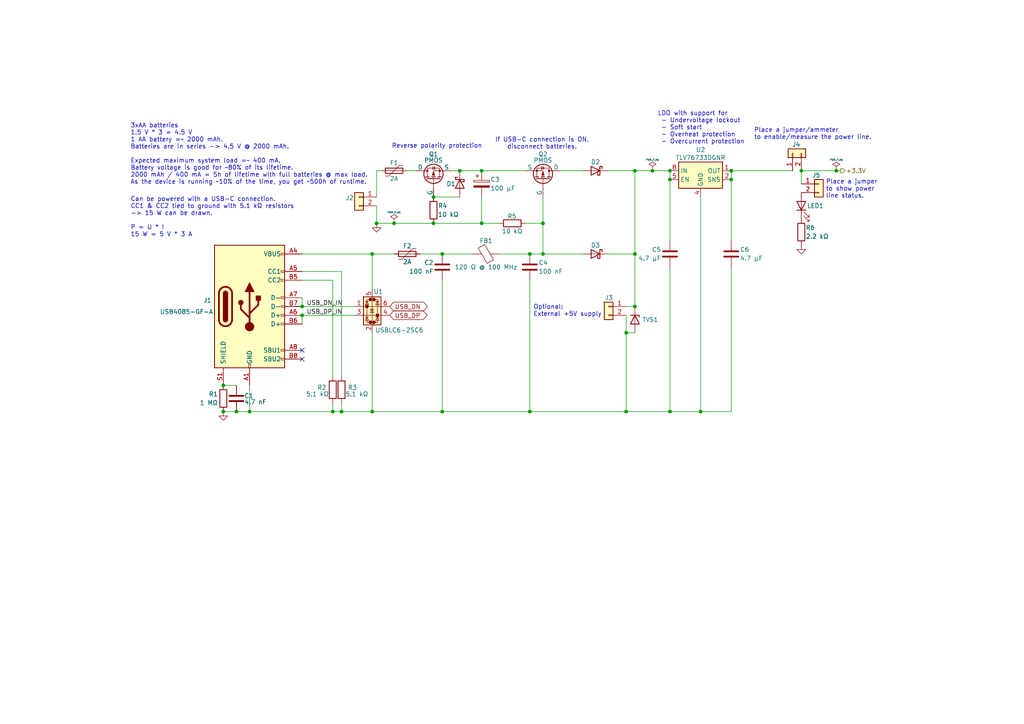
<source format=kicad_sch>
(kicad_sch
	(version 20231120)
	(generator "eeschema")
	(generator_version "8.0")
	(uuid "df3cdf2d-7168-4452-b6f8-073f90db19ba")
	(paper "A4")
	(title_block
		(title "Iida devkit")
		(date "2024-09-21")
		(rev "v4.1.0")
	)
	(lib_symbols
		(symbol "Connector:USB_C_Receptacle_USB2.0_16P"
			(pin_names
				(offset 1.016)
			)
			(exclude_from_sim no)
			(in_bom yes)
			(on_board yes)
			(property "Reference" "J"
				(at 0 22.225 0)
				(effects
					(font
						(size 1.27 1.27)
					)
				)
			)
			(property "Value" "USB_C_Receptacle_USB2.0_16P"
				(at 0 19.685 0)
				(effects
					(font
						(size 1.27 1.27)
					)
				)
			)
			(property "Footprint" ""
				(at 3.81 0 0)
				(effects
					(font
						(size 1.27 1.27)
					)
					(hide yes)
				)
			)
			(property "Datasheet" "https://www.usb.org/sites/default/files/documents/usb_type-c.zip"
				(at 3.81 0 0)
				(effects
					(font
						(size 1.27 1.27)
					)
					(hide yes)
				)
			)
			(property "Description" "USB 2.0-only 16P Type-C Receptacle connector"
				(at 0 0 0)
				(effects
					(font
						(size 1.27 1.27)
					)
					(hide yes)
				)
			)
			(property "ki_keywords" "usb universal serial bus type-C USB2.0"
				(at 0 0 0)
				(effects
					(font
						(size 1.27 1.27)
					)
					(hide yes)
				)
			)
			(property "ki_fp_filters" "USB*C*Receptacle*"
				(at 0 0 0)
				(effects
					(font
						(size 1.27 1.27)
					)
					(hide yes)
				)
			)
			(symbol "USB_C_Receptacle_USB2.0_16P_0_0"
				(rectangle
					(start -0.254 -17.78)
					(end 0.254 -16.764)
					(stroke
						(width 0)
						(type default)
					)
					(fill
						(type none)
					)
				)
				(rectangle
					(start 10.16 -14.986)
					(end 9.144 -15.494)
					(stroke
						(width 0)
						(type default)
					)
					(fill
						(type none)
					)
				)
				(rectangle
					(start 10.16 -12.446)
					(end 9.144 -12.954)
					(stroke
						(width 0)
						(type default)
					)
					(fill
						(type none)
					)
				)
				(rectangle
					(start 10.16 -4.826)
					(end 9.144 -5.334)
					(stroke
						(width 0)
						(type default)
					)
					(fill
						(type none)
					)
				)
				(rectangle
					(start 10.16 -2.286)
					(end 9.144 -2.794)
					(stroke
						(width 0)
						(type default)
					)
					(fill
						(type none)
					)
				)
				(rectangle
					(start 10.16 0.254)
					(end 9.144 -0.254)
					(stroke
						(width 0)
						(type default)
					)
					(fill
						(type none)
					)
				)
				(rectangle
					(start 10.16 2.794)
					(end 9.144 2.286)
					(stroke
						(width 0)
						(type default)
					)
					(fill
						(type none)
					)
				)
				(rectangle
					(start 10.16 7.874)
					(end 9.144 7.366)
					(stroke
						(width 0)
						(type default)
					)
					(fill
						(type none)
					)
				)
				(rectangle
					(start 10.16 10.414)
					(end 9.144 9.906)
					(stroke
						(width 0)
						(type default)
					)
					(fill
						(type none)
					)
				)
				(rectangle
					(start 10.16 15.494)
					(end 9.144 14.986)
					(stroke
						(width 0)
						(type default)
					)
					(fill
						(type none)
					)
				)
			)
			(symbol "USB_C_Receptacle_USB2.0_16P_0_1"
				(rectangle
					(start -10.16 17.78)
					(end 10.16 -17.78)
					(stroke
						(width 0.254)
						(type default)
					)
					(fill
						(type background)
					)
				)
				(arc
					(start -8.89 -3.81)
					(mid -6.985 -5.7067)
					(end -5.08 -3.81)
					(stroke
						(width 0.508)
						(type default)
					)
					(fill
						(type none)
					)
				)
				(arc
					(start -7.62 -3.81)
					(mid -6.985 -4.4423)
					(end -6.35 -3.81)
					(stroke
						(width 0.254)
						(type default)
					)
					(fill
						(type none)
					)
				)
				(arc
					(start -7.62 -3.81)
					(mid -6.985 -4.4423)
					(end -6.35 -3.81)
					(stroke
						(width 0.254)
						(type default)
					)
					(fill
						(type outline)
					)
				)
				(rectangle
					(start -7.62 -3.81)
					(end -6.35 3.81)
					(stroke
						(width 0.254)
						(type default)
					)
					(fill
						(type outline)
					)
				)
				(arc
					(start -6.35 3.81)
					(mid -6.985 4.4423)
					(end -7.62 3.81)
					(stroke
						(width 0.254)
						(type default)
					)
					(fill
						(type none)
					)
				)
				(arc
					(start -6.35 3.81)
					(mid -6.985 4.4423)
					(end -7.62 3.81)
					(stroke
						(width 0.254)
						(type default)
					)
					(fill
						(type outline)
					)
				)
				(arc
					(start -5.08 3.81)
					(mid -6.985 5.7067)
					(end -8.89 3.81)
					(stroke
						(width 0.508)
						(type default)
					)
					(fill
						(type none)
					)
				)
				(circle
					(center -2.54 1.143)
					(radius 0.635)
					(stroke
						(width 0.254)
						(type default)
					)
					(fill
						(type outline)
					)
				)
				(circle
					(center 0 -5.842)
					(radius 1.27)
					(stroke
						(width 0)
						(type default)
					)
					(fill
						(type outline)
					)
				)
				(polyline
					(pts
						(xy -8.89 -3.81) (xy -8.89 3.81)
					)
					(stroke
						(width 0.508)
						(type default)
					)
					(fill
						(type none)
					)
				)
				(polyline
					(pts
						(xy -5.08 3.81) (xy -5.08 -3.81)
					)
					(stroke
						(width 0.508)
						(type default)
					)
					(fill
						(type none)
					)
				)
				(polyline
					(pts
						(xy 0 -5.842) (xy 0 4.318)
					)
					(stroke
						(width 0.508)
						(type default)
					)
					(fill
						(type none)
					)
				)
				(polyline
					(pts
						(xy 0 -3.302) (xy -2.54 -0.762) (xy -2.54 0.508)
					)
					(stroke
						(width 0.508)
						(type default)
					)
					(fill
						(type none)
					)
				)
				(polyline
					(pts
						(xy 0 -2.032) (xy 2.54 0.508) (xy 2.54 1.778)
					)
					(stroke
						(width 0.508)
						(type default)
					)
					(fill
						(type none)
					)
				)
				(polyline
					(pts
						(xy -1.27 4.318) (xy 0 6.858) (xy 1.27 4.318) (xy -1.27 4.318)
					)
					(stroke
						(width 0.254)
						(type default)
					)
					(fill
						(type outline)
					)
				)
				(rectangle
					(start 1.905 1.778)
					(end 3.175 3.048)
					(stroke
						(width 0.254)
						(type default)
					)
					(fill
						(type outline)
					)
				)
			)
			(symbol "USB_C_Receptacle_USB2.0_16P_1_1"
				(pin passive line
					(at 0 -22.86 90)
					(length 5.08)
					(name "GND"
						(effects
							(font
								(size 1.27 1.27)
							)
						)
					)
					(number "A1"
						(effects
							(font
								(size 1.27 1.27)
							)
						)
					)
				)
				(pin passive line
					(at 0 -22.86 90)
					(length 5.08) hide
					(name "GND"
						(effects
							(font
								(size 1.27 1.27)
							)
						)
					)
					(number "A12"
						(effects
							(font
								(size 1.27 1.27)
							)
						)
					)
				)
				(pin passive line
					(at 15.24 15.24 180)
					(length 5.08)
					(name "VBUS"
						(effects
							(font
								(size 1.27 1.27)
							)
						)
					)
					(number "A4"
						(effects
							(font
								(size 1.27 1.27)
							)
						)
					)
				)
				(pin bidirectional line
					(at 15.24 10.16 180)
					(length 5.08)
					(name "CC1"
						(effects
							(font
								(size 1.27 1.27)
							)
						)
					)
					(number "A5"
						(effects
							(font
								(size 1.27 1.27)
							)
						)
					)
				)
				(pin bidirectional line
					(at 15.24 -2.54 180)
					(length 5.08)
					(name "D+"
						(effects
							(font
								(size 1.27 1.27)
							)
						)
					)
					(number "A6"
						(effects
							(font
								(size 1.27 1.27)
							)
						)
					)
				)
				(pin bidirectional line
					(at 15.24 2.54 180)
					(length 5.08)
					(name "D-"
						(effects
							(font
								(size 1.27 1.27)
							)
						)
					)
					(number "A7"
						(effects
							(font
								(size 1.27 1.27)
							)
						)
					)
				)
				(pin bidirectional line
					(at 15.24 -12.7 180)
					(length 5.08)
					(name "SBU1"
						(effects
							(font
								(size 1.27 1.27)
							)
						)
					)
					(number "A8"
						(effects
							(font
								(size 1.27 1.27)
							)
						)
					)
				)
				(pin passive line
					(at 15.24 15.24 180)
					(length 5.08) hide
					(name "VBUS"
						(effects
							(font
								(size 1.27 1.27)
							)
						)
					)
					(number "A9"
						(effects
							(font
								(size 1.27 1.27)
							)
						)
					)
				)
				(pin passive line
					(at 0 -22.86 90)
					(length 5.08) hide
					(name "GND"
						(effects
							(font
								(size 1.27 1.27)
							)
						)
					)
					(number "B1"
						(effects
							(font
								(size 1.27 1.27)
							)
						)
					)
				)
				(pin passive line
					(at 0 -22.86 90)
					(length 5.08) hide
					(name "GND"
						(effects
							(font
								(size 1.27 1.27)
							)
						)
					)
					(number "B12"
						(effects
							(font
								(size 1.27 1.27)
							)
						)
					)
				)
				(pin passive line
					(at 15.24 15.24 180)
					(length 5.08) hide
					(name "VBUS"
						(effects
							(font
								(size 1.27 1.27)
							)
						)
					)
					(number "B4"
						(effects
							(font
								(size 1.27 1.27)
							)
						)
					)
				)
				(pin bidirectional line
					(at 15.24 7.62 180)
					(length 5.08)
					(name "CC2"
						(effects
							(font
								(size 1.27 1.27)
							)
						)
					)
					(number "B5"
						(effects
							(font
								(size 1.27 1.27)
							)
						)
					)
				)
				(pin bidirectional line
					(at 15.24 -5.08 180)
					(length 5.08)
					(name "D+"
						(effects
							(font
								(size 1.27 1.27)
							)
						)
					)
					(number "B6"
						(effects
							(font
								(size 1.27 1.27)
							)
						)
					)
				)
				(pin bidirectional line
					(at 15.24 0 180)
					(length 5.08)
					(name "D-"
						(effects
							(font
								(size 1.27 1.27)
							)
						)
					)
					(number "B7"
						(effects
							(font
								(size 1.27 1.27)
							)
						)
					)
				)
				(pin bidirectional line
					(at 15.24 -15.24 180)
					(length 5.08)
					(name "SBU2"
						(effects
							(font
								(size 1.27 1.27)
							)
						)
					)
					(number "B8"
						(effects
							(font
								(size 1.27 1.27)
							)
						)
					)
				)
				(pin passive line
					(at 15.24 15.24 180)
					(length 5.08) hide
					(name "VBUS"
						(effects
							(font
								(size 1.27 1.27)
							)
						)
					)
					(number "B9"
						(effects
							(font
								(size 1.27 1.27)
							)
						)
					)
				)
				(pin passive line
					(at -7.62 -22.86 90)
					(length 5.08)
					(name "SHIELD"
						(effects
							(font
								(size 1.27 1.27)
							)
						)
					)
					(number "S1"
						(effects
							(font
								(size 1.27 1.27)
							)
						)
					)
				)
			)
		)
		(symbol "Connector_Generic:Conn_01x02"
			(pin_names
				(offset 1.016) hide)
			(exclude_from_sim no)
			(in_bom yes)
			(on_board yes)
			(property "Reference" "J"
				(at 0 2.54 0)
				(effects
					(font
						(size 1.27 1.27)
					)
				)
			)
			(property "Value" "Conn_01x02"
				(at 0 -5.08 0)
				(effects
					(font
						(size 1.27 1.27)
					)
				)
			)
			(property "Footprint" ""
				(at 0 0 0)
				(effects
					(font
						(size 1.27 1.27)
					)
					(hide yes)
				)
			)
			(property "Datasheet" "~"
				(at 0 0 0)
				(effects
					(font
						(size 1.27 1.27)
					)
					(hide yes)
				)
			)
			(property "Description" "Generic connector, single row, 01x02, script generated (kicad-library-utils/schlib/autogen/connector/)"
				(at 0 0 0)
				(effects
					(font
						(size 1.27 1.27)
					)
					(hide yes)
				)
			)
			(property "ki_keywords" "connector"
				(at 0 0 0)
				(effects
					(font
						(size 1.27 1.27)
					)
					(hide yes)
				)
			)
			(property "ki_fp_filters" "Connector*:*_1x??_*"
				(at 0 0 0)
				(effects
					(font
						(size 1.27 1.27)
					)
					(hide yes)
				)
			)
			(symbol "Conn_01x02_1_1"
				(rectangle
					(start -1.27 -2.413)
					(end 0 -2.667)
					(stroke
						(width 0.1524)
						(type default)
					)
					(fill
						(type none)
					)
				)
				(rectangle
					(start -1.27 0.127)
					(end 0 -0.127)
					(stroke
						(width 0.1524)
						(type default)
					)
					(fill
						(type none)
					)
				)
				(rectangle
					(start -1.27 1.27)
					(end 1.27 -3.81)
					(stroke
						(width 0.254)
						(type default)
					)
					(fill
						(type background)
					)
				)
				(pin passive line
					(at -5.08 0 0)
					(length 3.81)
					(name "Pin_1"
						(effects
							(font
								(size 1.27 1.27)
							)
						)
					)
					(number "1"
						(effects
							(font
								(size 1.27 1.27)
							)
						)
					)
				)
				(pin passive line
					(at -5.08 -2.54 0)
					(length 3.81)
					(name "Pin_2"
						(effects
							(font
								(size 1.27 1.27)
							)
						)
					)
					(number "2"
						(effects
							(font
								(size 1.27 1.27)
							)
						)
					)
				)
			)
		)
		(symbol "Device:C"
			(pin_numbers hide)
			(pin_names
				(offset 0.254)
			)
			(exclude_from_sim no)
			(in_bom yes)
			(on_board yes)
			(property "Reference" "C"
				(at 0.635 2.54 0)
				(effects
					(font
						(size 1.27 1.27)
					)
					(justify left)
				)
			)
			(property "Value" "C"
				(at 0.635 -2.54 0)
				(effects
					(font
						(size 1.27 1.27)
					)
					(justify left)
				)
			)
			(property "Footprint" ""
				(at 0.9652 -3.81 0)
				(effects
					(font
						(size 1.27 1.27)
					)
					(hide yes)
				)
			)
			(property "Datasheet" "~"
				(at 0 0 0)
				(effects
					(font
						(size 1.27 1.27)
					)
					(hide yes)
				)
			)
			(property "Description" "Unpolarized capacitor"
				(at 0 0 0)
				(effects
					(font
						(size 1.27 1.27)
					)
					(hide yes)
				)
			)
			(property "ki_keywords" "cap capacitor"
				(at 0 0 0)
				(effects
					(font
						(size 1.27 1.27)
					)
					(hide yes)
				)
			)
			(property "ki_fp_filters" "C_*"
				(at 0 0 0)
				(effects
					(font
						(size 1.27 1.27)
					)
					(hide yes)
				)
			)
			(symbol "C_0_1"
				(polyline
					(pts
						(xy -2.032 -0.762) (xy 2.032 -0.762)
					)
					(stroke
						(width 0.508)
						(type default)
					)
					(fill
						(type none)
					)
				)
				(polyline
					(pts
						(xy -2.032 0.762) (xy 2.032 0.762)
					)
					(stroke
						(width 0.508)
						(type default)
					)
					(fill
						(type none)
					)
				)
			)
			(symbol "C_1_1"
				(pin passive line
					(at 0 3.81 270)
					(length 2.794)
					(name "~"
						(effects
							(font
								(size 1.27 1.27)
							)
						)
					)
					(number "1"
						(effects
							(font
								(size 1.27 1.27)
							)
						)
					)
				)
				(pin passive line
					(at 0 -3.81 90)
					(length 2.794)
					(name "~"
						(effects
							(font
								(size 1.27 1.27)
							)
						)
					)
					(number "2"
						(effects
							(font
								(size 1.27 1.27)
							)
						)
					)
				)
			)
		)
		(symbol "Device:C_Polarized"
			(pin_numbers hide)
			(pin_names
				(offset 0.254)
			)
			(exclude_from_sim no)
			(in_bom yes)
			(on_board yes)
			(property "Reference" "C"
				(at 0.635 2.54 0)
				(effects
					(font
						(size 1.27 1.27)
					)
					(justify left)
				)
			)
			(property "Value" "C_Polarized"
				(at 0.635 -2.54 0)
				(effects
					(font
						(size 1.27 1.27)
					)
					(justify left)
				)
			)
			(property "Footprint" ""
				(at 0.9652 -3.81 0)
				(effects
					(font
						(size 1.27 1.27)
					)
					(hide yes)
				)
			)
			(property "Datasheet" "~"
				(at 0 0 0)
				(effects
					(font
						(size 1.27 1.27)
					)
					(hide yes)
				)
			)
			(property "Description" "Polarized capacitor"
				(at 0 0 0)
				(effects
					(font
						(size 1.27 1.27)
					)
					(hide yes)
				)
			)
			(property "ki_keywords" "cap capacitor"
				(at 0 0 0)
				(effects
					(font
						(size 1.27 1.27)
					)
					(hide yes)
				)
			)
			(property "ki_fp_filters" "CP_*"
				(at 0 0 0)
				(effects
					(font
						(size 1.27 1.27)
					)
					(hide yes)
				)
			)
			(symbol "C_Polarized_0_1"
				(rectangle
					(start -2.286 0.508)
					(end 2.286 1.016)
					(stroke
						(width 0)
						(type default)
					)
					(fill
						(type none)
					)
				)
				(polyline
					(pts
						(xy -1.778 2.286) (xy -0.762 2.286)
					)
					(stroke
						(width 0)
						(type default)
					)
					(fill
						(type none)
					)
				)
				(polyline
					(pts
						(xy -1.27 2.794) (xy -1.27 1.778)
					)
					(stroke
						(width 0)
						(type default)
					)
					(fill
						(type none)
					)
				)
				(rectangle
					(start 2.286 -0.508)
					(end -2.286 -1.016)
					(stroke
						(width 0)
						(type default)
					)
					(fill
						(type outline)
					)
				)
			)
			(symbol "C_Polarized_1_1"
				(pin passive line
					(at 0 3.81 270)
					(length 2.794)
					(name "~"
						(effects
							(font
								(size 1.27 1.27)
							)
						)
					)
					(number "1"
						(effects
							(font
								(size 1.27 1.27)
							)
						)
					)
				)
				(pin passive line
					(at 0 -3.81 90)
					(length 2.794)
					(name "~"
						(effects
							(font
								(size 1.27 1.27)
							)
						)
					)
					(number "2"
						(effects
							(font
								(size 1.27 1.27)
							)
						)
					)
				)
			)
		)
		(symbol "Device:D_Schottky"
			(pin_numbers hide)
			(pin_names
				(offset 1.016) hide)
			(exclude_from_sim no)
			(in_bom yes)
			(on_board yes)
			(property "Reference" "D"
				(at 0 2.54 0)
				(effects
					(font
						(size 1.27 1.27)
					)
				)
			)
			(property "Value" "D_Schottky"
				(at 0 -2.54 0)
				(effects
					(font
						(size 1.27 1.27)
					)
				)
			)
			(property "Footprint" ""
				(at 0 0 0)
				(effects
					(font
						(size 1.27 1.27)
					)
					(hide yes)
				)
			)
			(property "Datasheet" "~"
				(at 0 0 0)
				(effects
					(font
						(size 1.27 1.27)
					)
					(hide yes)
				)
			)
			(property "Description" "Schottky diode"
				(at 0 0 0)
				(effects
					(font
						(size 1.27 1.27)
					)
					(hide yes)
				)
			)
			(property "ki_keywords" "diode Schottky"
				(at 0 0 0)
				(effects
					(font
						(size 1.27 1.27)
					)
					(hide yes)
				)
			)
			(property "ki_fp_filters" "TO-???* *_Diode_* *SingleDiode* D_*"
				(at 0 0 0)
				(effects
					(font
						(size 1.27 1.27)
					)
					(hide yes)
				)
			)
			(symbol "D_Schottky_0_1"
				(polyline
					(pts
						(xy 1.27 0) (xy -1.27 0)
					)
					(stroke
						(width 0)
						(type default)
					)
					(fill
						(type none)
					)
				)
				(polyline
					(pts
						(xy 1.27 1.27) (xy 1.27 -1.27) (xy -1.27 0) (xy 1.27 1.27)
					)
					(stroke
						(width 0.254)
						(type default)
					)
					(fill
						(type none)
					)
				)
				(polyline
					(pts
						(xy -1.905 0.635) (xy -1.905 1.27) (xy -1.27 1.27) (xy -1.27 -1.27) (xy -0.635 -1.27) (xy -0.635 -0.635)
					)
					(stroke
						(width 0.254)
						(type default)
					)
					(fill
						(type none)
					)
				)
			)
			(symbol "D_Schottky_1_1"
				(pin passive line
					(at -3.81 0 0)
					(length 2.54)
					(name "K"
						(effects
							(font
								(size 1.27 1.27)
							)
						)
					)
					(number "1"
						(effects
							(font
								(size 1.27 1.27)
							)
						)
					)
				)
				(pin passive line
					(at 3.81 0 180)
					(length 2.54)
					(name "A"
						(effects
							(font
								(size 1.27 1.27)
							)
						)
					)
					(number "2"
						(effects
							(font
								(size 1.27 1.27)
							)
						)
					)
				)
			)
		)
		(symbol "Device:D_Zener"
			(pin_numbers hide)
			(pin_names
				(offset 1.016) hide)
			(exclude_from_sim no)
			(in_bom yes)
			(on_board yes)
			(property "Reference" "D"
				(at 0 2.54 0)
				(effects
					(font
						(size 1.27 1.27)
					)
				)
			)
			(property "Value" "D_Zener"
				(at 0 -2.54 0)
				(effects
					(font
						(size 1.27 1.27)
					)
				)
			)
			(property "Footprint" ""
				(at 0 0 0)
				(effects
					(font
						(size 1.27 1.27)
					)
					(hide yes)
				)
			)
			(property "Datasheet" "~"
				(at 0 0 0)
				(effects
					(font
						(size 1.27 1.27)
					)
					(hide yes)
				)
			)
			(property "Description" "Zener diode"
				(at 0 0 0)
				(effects
					(font
						(size 1.27 1.27)
					)
					(hide yes)
				)
			)
			(property "ki_keywords" "diode"
				(at 0 0 0)
				(effects
					(font
						(size 1.27 1.27)
					)
					(hide yes)
				)
			)
			(property "ki_fp_filters" "TO-???* *_Diode_* *SingleDiode* D_*"
				(at 0 0 0)
				(effects
					(font
						(size 1.27 1.27)
					)
					(hide yes)
				)
			)
			(symbol "D_Zener_0_1"
				(polyline
					(pts
						(xy 1.27 0) (xy -1.27 0)
					)
					(stroke
						(width 0)
						(type default)
					)
					(fill
						(type none)
					)
				)
				(polyline
					(pts
						(xy -1.27 -1.27) (xy -1.27 1.27) (xy -0.762 1.27)
					)
					(stroke
						(width 0.254)
						(type default)
					)
					(fill
						(type none)
					)
				)
				(polyline
					(pts
						(xy 1.27 -1.27) (xy 1.27 1.27) (xy -1.27 0) (xy 1.27 -1.27)
					)
					(stroke
						(width 0.254)
						(type default)
					)
					(fill
						(type none)
					)
				)
			)
			(symbol "D_Zener_1_1"
				(pin passive line
					(at -3.81 0 0)
					(length 2.54)
					(name "K"
						(effects
							(font
								(size 1.27 1.27)
							)
						)
					)
					(number "1"
						(effects
							(font
								(size 1.27 1.27)
							)
						)
					)
				)
				(pin passive line
					(at 3.81 0 180)
					(length 2.54)
					(name "A"
						(effects
							(font
								(size 1.27 1.27)
							)
						)
					)
					(number "2"
						(effects
							(font
								(size 1.27 1.27)
							)
						)
					)
				)
			)
		)
		(symbol "Device:FerriteBead"
			(pin_numbers hide)
			(pin_names
				(offset 0)
			)
			(exclude_from_sim no)
			(in_bom yes)
			(on_board yes)
			(property "Reference" "FB"
				(at -3.81 0.635 90)
				(effects
					(font
						(size 1.27 1.27)
					)
				)
			)
			(property "Value" "FerriteBead"
				(at 3.81 0 90)
				(effects
					(font
						(size 1.27 1.27)
					)
				)
			)
			(property "Footprint" ""
				(at -1.778 0 90)
				(effects
					(font
						(size 1.27 1.27)
					)
					(hide yes)
				)
			)
			(property "Datasheet" "~"
				(at 0 0 0)
				(effects
					(font
						(size 1.27 1.27)
					)
					(hide yes)
				)
			)
			(property "Description" "Ferrite bead"
				(at 0 0 0)
				(effects
					(font
						(size 1.27 1.27)
					)
					(hide yes)
				)
			)
			(property "ki_keywords" "L ferrite bead inductor filter"
				(at 0 0 0)
				(effects
					(font
						(size 1.27 1.27)
					)
					(hide yes)
				)
			)
			(property "ki_fp_filters" "Inductor_* L_* *Ferrite*"
				(at 0 0 0)
				(effects
					(font
						(size 1.27 1.27)
					)
					(hide yes)
				)
			)
			(symbol "FerriteBead_0_1"
				(polyline
					(pts
						(xy 0 -1.27) (xy 0 -1.2192)
					)
					(stroke
						(width 0)
						(type default)
					)
					(fill
						(type none)
					)
				)
				(polyline
					(pts
						(xy 0 1.27) (xy 0 1.2954)
					)
					(stroke
						(width 0)
						(type default)
					)
					(fill
						(type none)
					)
				)
				(polyline
					(pts
						(xy -2.7686 0.4064) (xy -1.7018 2.2606) (xy 2.7686 -0.3048) (xy 1.6764 -2.159) (xy -2.7686 0.4064)
					)
					(stroke
						(width 0)
						(type default)
					)
					(fill
						(type none)
					)
				)
			)
			(symbol "FerriteBead_1_1"
				(pin passive line
					(at 0 3.81 270)
					(length 2.54)
					(name "~"
						(effects
							(font
								(size 1.27 1.27)
							)
						)
					)
					(number "1"
						(effects
							(font
								(size 1.27 1.27)
							)
						)
					)
				)
				(pin passive line
					(at 0 -3.81 90)
					(length 2.54)
					(name "~"
						(effects
							(font
								(size 1.27 1.27)
							)
						)
					)
					(number "2"
						(effects
							(font
								(size 1.27 1.27)
							)
						)
					)
				)
			)
		)
		(symbol "Device:LED"
			(pin_numbers hide)
			(pin_names
				(offset 1.016) hide)
			(exclude_from_sim no)
			(in_bom yes)
			(on_board yes)
			(property "Reference" "D"
				(at 0 2.54 0)
				(effects
					(font
						(size 1.27 1.27)
					)
				)
			)
			(property "Value" "LED"
				(at 0 -2.54 0)
				(effects
					(font
						(size 1.27 1.27)
					)
				)
			)
			(property "Footprint" ""
				(at 0 0 0)
				(effects
					(font
						(size 1.27 1.27)
					)
					(hide yes)
				)
			)
			(property "Datasheet" "~"
				(at 0 0 0)
				(effects
					(font
						(size 1.27 1.27)
					)
					(hide yes)
				)
			)
			(property "Description" "Light emitting diode"
				(at 0 0 0)
				(effects
					(font
						(size 1.27 1.27)
					)
					(hide yes)
				)
			)
			(property "ki_keywords" "LED diode"
				(at 0 0 0)
				(effects
					(font
						(size 1.27 1.27)
					)
					(hide yes)
				)
			)
			(property "ki_fp_filters" "LED* LED_SMD:* LED_THT:*"
				(at 0 0 0)
				(effects
					(font
						(size 1.27 1.27)
					)
					(hide yes)
				)
			)
			(symbol "LED_0_1"
				(polyline
					(pts
						(xy -1.27 -1.27) (xy -1.27 1.27)
					)
					(stroke
						(width 0.254)
						(type default)
					)
					(fill
						(type none)
					)
				)
				(polyline
					(pts
						(xy -1.27 0) (xy 1.27 0)
					)
					(stroke
						(width 0)
						(type default)
					)
					(fill
						(type none)
					)
				)
				(polyline
					(pts
						(xy 1.27 -1.27) (xy 1.27 1.27) (xy -1.27 0) (xy 1.27 -1.27)
					)
					(stroke
						(width 0.254)
						(type default)
					)
					(fill
						(type none)
					)
				)
				(polyline
					(pts
						(xy -3.048 -0.762) (xy -4.572 -2.286) (xy -3.81 -2.286) (xy -4.572 -2.286) (xy -4.572 -1.524)
					)
					(stroke
						(width 0)
						(type default)
					)
					(fill
						(type none)
					)
				)
				(polyline
					(pts
						(xy -1.778 -0.762) (xy -3.302 -2.286) (xy -2.54 -2.286) (xy -3.302 -2.286) (xy -3.302 -1.524)
					)
					(stroke
						(width 0)
						(type default)
					)
					(fill
						(type none)
					)
				)
			)
			(symbol "LED_1_1"
				(pin passive line
					(at -3.81 0 0)
					(length 2.54)
					(name "K"
						(effects
							(font
								(size 1.27 1.27)
							)
						)
					)
					(number "1"
						(effects
							(font
								(size 1.27 1.27)
							)
						)
					)
				)
				(pin passive line
					(at 3.81 0 180)
					(length 2.54)
					(name "A"
						(effects
							(font
								(size 1.27 1.27)
							)
						)
					)
					(number "2"
						(effects
							(font
								(size 1.27 1.27)
							)
						)
					)
				)
			)
		)
		(symbol "Device:Polyfuse"
			(pin_numbers hide)
			(pin_names
				(offset 0)
			)
			(exclude_from_sim no)
			(in_bom yes)
			(on_board yes)
			(property "Reference" "F"
				(at -2.54 0 90)
				(effects
					(font
						(size 1.27 1.27)
					)
				)
			)
			(property "Value" "Polyfuse"
				(at 2.54 0 90)
				(effects
					(font
						(size 1.27 1.27)
					)
				)
			)
			(property "Footprint" ""
				(at 1.27 -5.08 0)
				(effects
					(font
						(size 1.27 1.27)
					)
					(justify left)
					(hide yes)
				)
			)
			(property "Datasheet" "~"
				(at 0 0 0)
				(effects
					(font
						(size 1.27 1.27)
					)
					(hide yes)
				)
			)
			(property "Description" "Resettable fuse, polymeric positive temperature coefficient"
				(at 0 0 0)
				(effects
					(font
						(size 1.27 1.27)
					)
					(hide yes)
				)
			)
			(property "ki_keywords" "resettable fuse PTC PPTC polyfuse polyswitch"
				(at 0 0 0)
				(effects
					(font
						(size 1.27 1.27)
					)
					(hide yes)
				)
			)
			(property "ki_fp_filters" "*polyfuse* *PTC*"
				(at 0 0 0)
				(effects
					(font
						(size 1.27 1.27)
					)
					(hide yes)
				)
			)
			(symbol "Polyfuse_0_1"
				(rectangle
					(start -0.762 2.54)
					(end 0.762 -2.54)
					(stroke
						(width 0.254)
						(type default)
					)
					(fill
						(type none)
					)
				)
				(polyline
					(pts
						(xy 0 2.54) (xy 0 -2.54)
					)
					(stroke
						(width 0)
						(type default)
					)
					(fill
						(type none)
					)
				)
				(polyline
					(pts
						(xy -1.524 2.54) (xy -1.524 1.524) (xy 1.524 -1.524) (xy 1.524 -2.54)
					)
					(stroke
						(width 0)
						(type default)
					)
					(fill
						(type none)
					)
				)
			)
			(symbol "Polyfuse_1_1"
				(pin passive line
					(at 0 3.81 270)
					(length 1.27)
					(name "~"
						(effects
							(font
								(size 1.27 1.27)
							)
						)
					)
					(number "1"
						(effects
							(font
								(size 1.27 1.27)
							)
						)
					)
				)
				(pin passive line
					(at 0 -3.81 90)
					(length 1.27)
					(name "~"
						(effects
							(font
								(size 1.27 1.27)
							)
						)
					)
					(number "2"
						(effects
							(font
								(size 1.27 1.27)
							)
						)
					)
				)
			)
		)
		(symbol "Device:R"
			(pin_numbers hide)
			(pin_names
				(offset 0)
			)
			(exclude_from_sim no)
			(in_bom yes)
			(on_board yes)
			(property "Reference" "R"
				(at 2.032 0 90)
				(effects
					(font
						(size 1.27 1.27)
					)
				)
			)
			(property "Value" "R"
				(at 0 0 90)
				(effects
					(font
						(size 1.27 1.27)
					)
				)
			)
			(property "Footprint" ""
				(at -1.778 0 90)
				(effects
					(font
						(size 1.27 1.27)
					)
					(hide yes)
				)
			)
			(property "Datasheet" "~"
				(at 0 0 0)
				(effects
					(font
						(size 1.27 1.27)
					)
					(hide yes)
				)
			)
			(property "Description" "Resistor"
				(at 0 0 0)
				(effects
					(font
						(size 1.27 1.27)
					)
					(hide yes)
				)
			)
			(property "ki_keywords" "R res resistor"
				(at 0 0 0)
				(effects
					(font
						(size 1.27 1.27)
					)
					(hide yes)
				)
			)
			(property "ki_fp_filters" "R_*"
				(at 0 0 0)
				(effects
					(font
						(size 1.27 1.27)
					)
					(hide yes)
				)
			)
			(symbol "R_0_1"
				(rectangle
					(start -1.016 -2.54)
					(end 1.016 2.54)
					(stroke
						(width 0.254)
						(type default)
					)
					(fill
						(type none)
					)
				)
			)
			(symbol "R_1_1"
				(pin passive line
					(at 0 3.81 270)
					(length 1.27)
					(name "~"
						(effects
							(font
								(size 1.27 1.27)
							)
						)
					)
					(number "1"
						(effects
							(font
								(size 1.27 1.27)
							)
						)
					)
				)
				(pin passive line
					(at 0 -3.81 90)
					(length 1.27)
					(name "~"
						(effects
							(font
								(size 1.27 1.27)
							)
						)
					)
					(number "2"
						(effects
							(font
								(size 1.27 1.27)
							)
						)
					)
				)
			)
		)
		(symbol "Power_Protection:USBLC6-2SC6"
			(pin_names hide)
			(exclude_from_sim no)
			(in_bom yes)
			(on_board yes)
			(property "Reference" "U"
				(at 0.635 5.715 0)
				(effects
					(font
						(size 1.27 1.27)
					)
					(justify left)
				)
			)
			(property "Value" "USBLC6-2SC6"
				(at 0.635 3.81 0)
				(effects
					(font
						(size 1.27 1.27)
					)
					(justify left)
				)
			)
			(property "Footprint" "Package_TO_SOT_SMD:SOT-23-6"
				(at 1.27 -6.35 0)
				(effects
					(font
						(size 1.27 1.27)
						(italic yes)
					)
					(justify left)
					(hide yes)
				)
			)
			(property "Datasheet" "https://www.st.com/resource/en/datasheet/usblc6-2.pdf"
				(at 1.27 -8.255 0)
				(effects
					(font
						(size 1.27 1.27)
					)
					(justify left)
					(hide yes)
				)
			)
			(property "Description" "Very low capacitance ESD protection diode, 2 data-line, SOT-23-6"
				(at 0 0 0)
				(effects
					(font
						(size 1.27 1.27)
					)
					(hide yes)
				)
			)
			(property "ki_keywords" "usb ethernet video"
				(at 0 0 0)
				(effects
					(font
						(size 1.27 1.27)
					)
					(hide yes)
				)
			)
			(property "ki_fp_filters" "SOT?23*"
				(at 0 0 0)
				(effects
					(font
						(size 1.27 1.27)
					)
					(hide yes)
				)
			)
			(symbol "USBLC6-2SC6_0_0"
				(circle
					(center -1.524 0)
					(radius 0.0001)
					(stroke
						(width 0.508)
						(type default)
					)
					(fill
						(type none)
					)
				)
				(circle
					(center -0.508 -4.572)
					(radius 0.0001)
					(stroke
						(width 0.508)
						(type default)
					)
					(fill
						(type none)
					)
				)
				(circle
					(center -0.508 2.032)
					(radius 0.0001)
					(stroke
						(width 0.508)
						(type default)
					)
					(fill
						(type none)
					)
				)
				(circle
					(center 0.508 -4.572)
					(radius 0.0001)
					(stroke
						(width 0.508)
						(type default)
					)
					(fill
						(type none)
					)
				)
				(circle
					(center 0.508 2.032)
					(radius 0.0001)
					(stroke
						(width 0.508)
						(type default)
					)
					(fill
						(type none)
					)
				)
				(circle
					(center 1.524 -2.54)
					(radius 0.0001)
					(stroke
						(width 0.508)
						(type default)
					)
					(fill
						(type none)
					)
				)
			)
			(symbol "USBLC6-2SC6_0_1"
				(polyline
					(pts
						(xy -2.54 -2.54) (xy 2.54 -2.54)
					)
					(stroke
						(width 0)
						(type default)
					)
					(fill
						(type none)
					)
				)
				(polyline
					(pts
						(xy -2.54 0) (xy 2.54 0)
					)
					(stroke
						(width 0)
						(type default)
					)
					(fill
						(type none)
					)
				)
				(polyline
					(pts
						(xy -2.032 -3.048) (xy -1.016 -3.048)
					)
					(stroke
						(width 0)
						(type default)
					)
					(fill
						(type none)
					)
				)
				(polyline
					(pts
						(xy -1.016 1.524) (xy -2.032 1.524)
					)
					(stroke
						(width 0)
						(type default)
					)
					(fill
						(type none)
					)
				)
				(polyline
					(pts
						(xy 1.016 -3.048) (xy 2.032 -3.048)
					)
					(stroke
						(width 0)
						(type default)
					)
					(fill
						(type none)
					)
				)
				(polyline
					(pts
						(xy 1.016 1.524) (xy 2.032 1.524)
					)
					(stroke
						(width 0)
						(type default)
					)
					(fill
						(type none)
					)
				)
				(polyline
					(pts
						(xy -0.508 -1.143) (xy -0.508 -0.762) (xy 0.508 -0.762)
					)
					(stroke
						(width 0)
						(type default)
					)
					(fill
						(type none)
					)
				)
				(polyline
					(pts
						(xy -2.032 0.508) (xy -1.016 0.508) (xy -1.524 1.524) (xy -2.032 0.508)
					)
					(stroke
						(width 0)
						(type default)
					)
					(fill
						(type none)
					)
				)
				(polyline
					(pts
						(xy -1.016 -4.064) (xy -2.032 -4.064) (xy -1.524 -3.048) (xy -1.016 -4.064)
					)
					(stroke
						(width 0)
						(type default)
					)
					(fill
						(type none)
					)
				)
				(polyline
					(pts
						(xy 0.508 -1.778) (xy -0.508 -1.778) (xy 0 -0.762) (xy 0.508 -1.778)
					)
					(stroke
						(width 0)
						(type default)
					)
					(fill
						(type none)
					)
				)
				(polyline
					(pts
						(xy 2.032 -4.064) (xy 1.016 -4.064) (xy 1.524 -3.048) (xy 2.032 -4.064)
					)
					(stroke
						(width 0)
						(type default)
					)
					(fill
						(type none)
					)
				)
				(polyline
					(pts
						(xy 2.032 0.508) (xy 1.016 0.508) (xy 1.524 1.524) (xy 2.032 0.508)
					)
					(stroke
						(width 0)
						(type default)
					)
					(fill
						(type none)
					)
				)
				(polyline
					(pts
						(xy 0 2.54) (xy -0.508 2.032) (xy 0.508 2.032) (xy 0 1.524) (xy 0 -4.064) (xy -0.508 -4.572) (xy 0.508 -4.572)
						(xy 0 -5.08)
					)
					(stroke
						(width 0)
						(type default)
					)
					(fill
						(type none)
					)
				)
			)
			(symbol "USBLC6-2SC6_1_1"
				(rectangle
					(start -2.54 2.794)
					(end 2.54 -5.334)
					(stroke
						(width 0.254)
						(type default)
					)
					(fill
						(type background)
					)
				)
				(polyline
					(pts
						(xy -0.508 2.032) (xy -1.524 2.032) (xy -1.524 -4.572) (xy -0.508 -4.572)
					)
					(stroke
						(width 0)
						(type default)
					)
					(fill
						(type none)
					)
				)
				(polyline
					(pts
						(xy 0.508 -4.572) (xy 1.524 -4.572) (xy 1.524 2.032) (xy 0.508 2.032)
					)
					(stroke
						(width 0)
						(type default)
					)
					(fill
						(type none)
					)
				)
				(pin passive line
					(at -5.08 0 0)
					(length 2.54)
					(name "I/O1"
						(effects
							(font
								(size 1.27 1.27)
							)
						)
					)
					(number "1"
						(effects
							(font
								(size 1.27 1.27)
							)
						)
					)
				)
				(pin passive line
					(at 0 -7.62 90)
					(length 2.54)
					(name "GND"
						(effects
							(font
								(size 1.27 1.27)
							)
						)
					)
					(number "2"
						(effects
							(font
								(size 1.27 1.27)
							)
						)
					)
				)
				(pin passive line
					(at -5.08 -2.54 0)
					(length 2.54)
					(name "I/O2"
						(effects
							(font
								(size 1.27 1.27)
							)
						)
					)
					(number "3"
						(effects
							(font
								(size 1.27 1.27)
							)
						)
					)
				)
				(pin passive line
					(at 5.08 -2.54 180)
					(length 2.54)
					(name "I/O2"
						(effects
							(font
								(size 1.27 1.27)
							)
						)
					)
					(number "4"
						(effects
							(font
								(size 1.27 1.27)
							)
						)
					)
				)
				(pin passive line
					(at 0 5.08 270)
					(length 2.54)
					(name "VBUS"
						(effects
							(font
								(size 1.27 1.27)
							)
						)
					)
					(number "5"
						(effects
							(font
								(size 1.27 1.27)
							)
						)
					)
				)
				(pin passive line
					(at 5.08 0 180)
					(length 2.54)
					(name "I/O1"
						(effects
							(font
								(size 1.27 1.27)
							)
						)
					)
					(number "6"
						(effects
							(font
								(size 1.27 1.27)
							)
						)
					)
				)
			)
		)
		(symbol "Simulation_SPICE:PMOS"
			(pin_numbers hide)
			(pin_names
				(offset 0)
			)
			(exclude_from_sim no)
			(in_bom yes)
			(on_board yes)
			(property "Reference" "Q"
				(at 5.08 1.27 0)
				(effects
					(font
						(size 1.27 1.27)
					)
					(justify left)
				)
			)
			(property "Value" "PMOS"
				(at 5.08 -1.27 0)
				(effects
					(font
						(size 1.27 1.27)
					)
					(justify left)
				)
			)
			(property "Footprint" ""
				(at 5.08 2.54 0)
				(effects
					(font
						(size 1.27 1.27)
					)
					(hide yes)
				)
			)
			(property "Datasheet" "https://ngspice.sourceforge.io/docs/ngspice-html-manual/manual.xhtml#cha_MOSFETs"
				(at 0 -12.7 0)
				(effects
					(font
						(size 1.27 1.27)
					)
					(hide yes)
				)
			)
			(property "Description" "P-MOSFET transistor, drain/source/gate"
				(at 0 0 0)
				(effects
					(font
						(size 1.27 1.27)
					)
					(hide yes)
				)
			)
			(property "Sim.Device" "PMOS"
				(at 0 -17.145 0)
				(effects
					(font
						(size 1.27 1.27)
					)
					(hide yes)
				)
			)
			(property "Sim.Type" "VDMOS"
				(at 0 -19.05 0)
				(effects
					(font
						(size 1.27 1.27)
					)
					(hide yes)
				)
			)
			(property "Sim.Pins" "1=D 2=G 3=S"
				(at 0 -15.24 0)
				(effects
					(font
						(size 1.27 1.27)
					)
					(hide yes)
				)
			)
			(property "ki_keywords" "transistor PMOS P-MOS P-MOSFET simulation"
				(at 0 0 0)
				(effects
					(font
						(size 1.27 1.27)
					)
					(hide yes)
				)
			)
			(symbol "PMOS_0_1"
				(polyline
					(pts
						(xy 0.254 0) (xy -2.54 0)
					)
					(stroke
						(width 0)
						(type default)
					)
					(fill
						(type none)
					)
				)
				(polyline
					(pts
						(xy 0.254 1.905) (xy 0.254 -1.905)
					)
					(stroke
						(width 0.254)
						(type default)
					)
					(fill
						(type none)
					)
				)
				(polyline
					(pts
						(xy 0.762 -1.27) (xy 0.762 -2.286)
					)
					(stroke
						(width 0.254)
						(type default)
					)
					(fill
						(type none)
					)
				)
				(polyline
					(pts
						(xy 0.762 0.508) (xy 0.762 -0.508)
					)
					(stroke
						(width 0.254)
						(type default)
					)
					(fill
						(type none)
					)
				)
				(polyline
					(pts
						(xy 0.762 2.286) (xy 0.762 1.27)
					)
					(stroke
						(width 0.254)
						(type default)
					)
					(fill
						(type none)
					)
				)
				(polyline
					(pts
						(xy 2.54 2.54) (xy 2.54 1.778)
					)
					(stroke
						(width 0)
						(type default)
					)
					(fill
						(type none)
					)
				)
				(polyline
					(pts
						(xy 2.54 -2.54) (xy 2.54 0) (xy 0.762 0)
					)
					(stroke
						(width 0)
						(type default)
					)
					(fill
						(type none)
					)
				)
				(polyline
					(pts
						(xy 0.762 1.778) (xy 3.302 1.778) (xy 3.302 -1.778) (xy 0.762 -1.778)
					)
					(stroke
						(width 0)
						(type default)
					)
					(fill
						(type none)
					)
				)
				(polyline
					(pts
						(xy 2.286 0) (xy 1.27 0.381) (xy 1.27 -0.381) (xy 2.286 0)
					)
					(stroke
						(width 0)
						(type default)
					)
					(fill
						(type outline)
					)
				)
				(polyline
					(pts
						(xy 2.794 -0.508) (xy 2.921 -0.381) (xy 3.683 -0.381) (xy 3.81 -0.254)
					)
					(stroke
						(width 0)
						(type default)
					)
					(fill
						(type none)
					)
				)
				(polyline
					(pts
						(xy 3.302 -0.381) (xy 2.921 0.254) (xy 3.683 0.254) (xy 3.302 -0.381)
					)
					(stroke
						(width 0)
						(type default)
					)
					(fill
						(type none)
					)
				)
				(circle
					(center 1.651 0)
					(radius 2.794)
					(stroke
						(width 0.254)
						(type default)
					)
					(fill
						(type none)
					)
				)
				(circle
					(center 2.54 -1.778)
					(radius 0.254)
					(stroke
						(width 0)
						(type default)
					)
					(fill
						(type outline)
					)
				)
				(circle
					(center 2.54 1.778)
					(radius 0.254)
					(stroke
						(width 0)
						(type default)
					)
					(fill
						(type outline)
					)
				)
			)
			(symbol "PMOS_1_1"
				(pin passive line
					(at 2.54 5.08 270)
					(length 2.54)
					(name "D"
						(effects
							(font
								(size 1.27 1.27)
							)
						)
					)
					(number "1"
						(effects
							(font
								(size 1.27 1.27)
							)
						)
					)
				)
				(pin input line
					(at -5.08 0 0)
					(length 2.54)
					(name "G"
						(effects
							(font
								(size 1.27 1.27)
							)
						)
					)
					(number "2"
						(effects
							(font
								(size 1.27 1.27)
							)
						)
					)
				)
				(pin passive line
					(at 2.54 -5.08 90)
					(length 2.54)
					(name "S"
						(effects
							(font
								(size 1.27 1.27)
							)
						)
					)
					(number "3"
						(effects
							(font
								(size 1.27 1.27)
							)
						)
					)
				)
			)
		)
		(symbol "TLV76733DGNR:TLV76733DGNR"
			(exclude_from_sim no)
			(in_bom yes)
			(on_board yes)
			(property "Reference" "U"
				(at 0 3.302 0)
				(effects
					(font
						(size 1.27 1.27)
					)
				)
			)
			(property "Value" "TLV76733DGNR"
				(at 0 1.27 0)
				(effects
					(font
						(size 1.27 1.27)
					)
				)
			)
			(property "Footprint" "Package_SO:HVSSOP-8-1EP_3x3mm_P0.65mm_EP1.57x1.89mm_ThermalVias"
				(at 0 0 0)
				(effects
					(font
						(size 1.27 1.27)
					)
					(hide yes)
				)
			)
			(property "Datasheet" "https://www.ti.com/lit/ds/symlink/tlv767.pdf"
				(at 0.508 -15.494 0)
				(effects
					(font
						(size 1.27 1.27)
					)
					(hide yes)
				)
			)
			(property "Description" "TLV767 1-A, 16-V Precision Linear Voltage Regulator, 3.3V fixed version"
				(at -0.254 -15.24 0)
				(effects
					(font
						(size 1.27 1.27)
					)
					(hide yes)
				)
			)
			(property "Manufacturer" "Texas Instruments"
				(at 0 -15.494 0)
				(effects
					(font
						(size 1.27 1.27)
					)
					(hide yes)
				)
			)
			(property "Manufacturer Part Number" "TLV76733DGNR"
				(at -0.254 -15.494 0)
				(effects
					(font
						(size 1.27 1.27)
					)
					(hide yes)
				)
			)
			(property "Digi-Key Part Number" "296-TLV76733DGNRCT-ND"
				(at 0.254 -15.494 0)
				(effects
					(font
						(size 1.27 1.27)
					)
					(hide yes)
				)
			)
			(symbol "TLV76733DGNR_0_0"
				(rectangle
					(start -6.35 0)
					(end 6.35 -7.62)
					(stroke
						(width 0.254)
						(type default)
					)
					(fill
						(type background)
					)
				)
			)
			(symbol "TLV76733DGNR_1_1"
				(pin power_out line
					(at 8.89 -2.54 180)
					(length 2.54)
					(name "OUT"
						(effects
							(font
								(size 1.27 1.27)
							)
						)
					)
					(number "1"
						(effects
							(font
								(size 1.27 1.27)
							)
						)
					)
				)
				(pin input line
					(at 8.89 -5.08 180)
					(length 2.54)
					(name "SNS"
						(effects
							(font
								(size 1.27 1.27)
							)
						)
					)
					(number "2"
						(effects
							(font
								(size 1.27 1.27)
							)
						)
					)
				)
				(pin passive line
					(at 0 -10.16 90)
					(length 2.54) hide
					(name "NC"
						(effects
							(font
								(size 1.27 1.27)
							)
						)
					)
					(number "3"
						(effects
							(font
								(size 1.27 1.27)
							)
						)
					)
				)
				(pin power_in line
					(at 0 -10.16 90)
					(length 2.54)
					(name "GND"
						(effects
							(font
								(size 1.27 1.27)
							)
						)
					)
					(number "4"
						(effects
							(font
								(size 1.27 1.27)
							)
						)
					)
				)
				(pin input line
					(at -8.89 -5.08 0)
					(length 2.54)
					(name "EN"
						(effects
							(font
								(size 1.27 1.27)
							)
						)
					)
					(number "5"
						(effects
							(font
								(size 1.27 1.27)
							)
						)
					)
				)
				(pin power_in line
					(at 0 -10.16 90)
					(length 2.54) hide
					(name "GND"
						(effects
							(font
								(size 1.27 1.27)
							)
						)
					)
					(number "6"
						(effects
							(font
								(size 1.27 1.27)
							)
						)
					)
				)
				(pin no_connect line
					(at -2.54 -10.16 90)
					(length 2.54) hide
					(name "NC"
						(effects
							(font
								(size 1.27 1.27)
							)
						)
					)
					(number "7"
						(effects
							(font
								(size 1.27 1.27)
							)
						)
					)
				)
				(pin power_in line
					(at -8.89 -2.54 0)
					(length 2.54)
					(name "IN"
						(effects
							(font
								(size 1.27 1.27)
							)
						)
					)
					(number "8"
						(effects
							(font
								(size 1.27 1.27)
							)
						)
					)
				)
				(pin power_in line
					(at 0 -10.16 90)
					(length 2.54) hide
					(name "GND"
						(effects
							(font
								(size 1.27 1.27)
							)
						)
					)
					(number "9"
						(effects
							(font
								(size 1.27 1.27)
							)
						)
					)
				)
			)
		)
		(symbol "power:GND"
			(power)
			(pin_numbers hide)
			(pin_names
				(offset 0) hide)
			(exclude_from_sim no)
			(in_bom yes)
			(on_board yes)
			(property "Reference" "#PWR"
				(at 0 -6.35 0)
				(effects
					(font
						(size 1.27 1.27)
					)
					(hide yes)
				)
			)
			(property "Value" "GND"
				(at 0 -3.81 0)
				(effects
					(font
						(size 1.27 1.27)
					)
				)
			)
			(property "Footprint" ""
				(at 0 0 0)
				(effects
					(font
						(size 1.27 1.27)
					)
					(hide yes)
				)
			)
			(property "Datasheet" ""
				(at 0 0 0)
				(effects
					(font
						(size 1.27 1.27)
					)
					(hide yes)
				)
			)
			(property "Description" "Power symbol creates a global label with name \"GND\" , ground"
				(at 0 0 0)
				(effects
					(font
						(size 1.27 1.27)
					)
					(hide yes)
				)
			)
			(property "ki_keywords" "global power"
				(at 0 0 0)
				(effects
					(font
						(size 1.27 1.27)
					)
					(hide yes)
				)
			)
			(symbol "GND_0_1"
				(polyline
					(pts
						(xy 0 0) (xy 0 -1.27) (xy 1.27 -1.27) (xy 0 -2.54) (xy -1.27 -1.27) (xy 0 -1.27)
					)
					(stroke
						(width 0)
						(type default)
					)
					(fill
						(type none)
					)
				)
			)
			(symbol "GND_1_1"
				(pin power_in line
					(at 0 0 270)
					(length 0)
					(name "~"
						(effects
							(font
								(size 1.27 1.27)
							)
						)
					)
					(number "1"
						(effects
							(font
								(size 1.27 1.27)
							)
						)
					)
				)
			)
		)
		(symbol "power:PWR_FLAG"
			(power)
			(pin_numbers hide)
			(pin_names
				(offset 0) hide)
			(exclude_from_sim no)
			(in_bom yes)
			(on_board yes)
			(property "Reference" "#FLG"
				(at 0 1.905 0)
				(effects
					(font
						(size 1.27 1.27)
					)
					(hide yes)
				)
			)
			(property "Value" "PWR_FLAG"
				(at 0 3.81 0)
				(effects
					(font
						(size 1.27 1.27)
					)
				)
			)
			(property "Footprint" ""
				(at 0 0 0)
				(effects
					(font
						(size 1.27 1.27)
					)
					(hide yes)
				)
			)
			(property "Datasheet" "~"
				(at 0 0 0)
				(effects
					(font
						(size 1.27 1.27)
					)
					(hide yes)
				)
			)
			(property "Description" "Special symbol for telling ERC where power comes from"
				(at 0 0 0)
				(effects
					(font
						(size 1.27 1.27)
					)
					(hide yes)
				)
			)
			(property "ki_keywords" "flag power"
				(at 0 0 0)
				(effects
					(font
						(size 1.27 1.27)
					)
					(hide yes)
				)
			)
			(symbol "PWR_FLAG_0_0"
				(pin power_out line
					(at 0 0 90)
					(length 0)
					(name "~"
						(effects
							(font
								(size 1.27 1.27)
							)
						)
					)
					(number "1"
						(effects
							(font
								(size 1.27 1.27)
							)
						)
					)
				)
			)
			(symbol "PWR_FLAG_0_1"
				(polyline
					(pts
						(xy 0 0) (xy 0 1.27) (xy -1.016 1.905) (xy 0 2.54) (xy 1.016 1.905) (xy 0 1.27)
					)
					(stroke
						(width 0)
						(type default)
					)
					(fill
						(type none)
					)
				)
			)
		)
	)
	(junction
		(at 128.27 73.66)
		(diameter 0)
		(color 0 0 0 0)
		(uuid "0341632d-ea49-4ef6-b1c6-09b22e91fad0")
	)
	(junction
		(at 212.09 49.53)
		(diameter 0)
		(color 0 0 0 0)
		(uuid "09fc6009-f953-4ba3-b408-28625c91744f")
	)
	(junction
		(at 194.31 52.07)
		(diameter 0)
		(color 0 0 0 0)
		(uuid "0dea08a1-45d2-4462-bd2b-0cc3b9a1006e")
	)
	(junction
		(at 232.41 49.53)
		(diameter 0)
		(color 0 0 0 0)
		(uuid "11325815-61de-4258-9a65-1dccab0bbf74")
	)
	(junction
		(at 68.58 119.38)
		(diameter 0)
		(color 0 0 0 0)
		(uuid "1ad06333-53ad-403e-aaaf-8e08a577a9b2")
	)
	(junction
		(at 128.27 119.38)
		(diameter 0)
		(color 0 0 0 0)
		(uuid "236d971b-fd3d-4981-86fd-aa4c9fcd629d")
	)
	(junction
		(at 184.15 88.9)
		(diameter 0)
		(color 0 0 0 0)
		(uuid "30671719-37cf-4640-98a4-2caf59ff3931")
	)
	(junction
		(at 87.63 88.9)
		(diameter 0)
		(color 0 0 0 0)
		(uuid "39dbfda7-0a6b-4cda-9cba-e25e99d6c8ad")
	)
	(junction
		(at 139.7 49.53)
		(diameter 0)
		(color 0 0 0 0)
		(uuid "3a7a4616-3f2d-41e1-8f09-b78bc2b22b61")
	)
	(junction
		(at 109.22 64.77)
		(diameter 0)
		(color 0 0 0 0)
		(uuid "4132307e-82f7-4076-88b7-9c2b780547e9")
	)
	(junction
		(at 157.48 73.66)
		(diameter 0)
		(color 0 0 0 0)
		(uuid "41ea0928-99d2-42b1-9d99-a0729e463fa4")
	)
	(junction
		(at 107.95 73.66)
		(diameter 0)
		(color 0 0 0 0)
		(uuid "46a34057-00eb-4ea3-bf6b-602272422186")
	)
	(junction
		(at 99.06 119.38)
		(diameter 0)
		(color 0 0 0 0)
		(uuid "4889f6fa-f418-4faa-8ab6-242d9fcce1a1")
	)
	(junction
		(at 194.31 49.53)
		(diameter 0)
		(color 0 0 0 0)
		(uuid "4a7a0ae7-c0bc-4bcc-b861-e1fc45cb2154")
	)
	(junction
		(at 181.61 119.38)
		(diameter 0)
		(color 0 0 0 0)
		(uuid "4b8f6df6-22e1-4e95-bef3-3013a26e1510")
	)
	(junction
		(at 107.95 119.38)
		(diameter 0)
		(color 0 0 0 0)
		(uuid "512bc0d6-aaa3-4e56-a9d4-a59ef052e38f")
	)
	(junction
		(at 125.73 57.15)
		(diameter 0)
		(color 0 0 0 0)
		(uuid "67e466aa-cef1-4149-961a-a73c4619a988")
	)
	(junction
		(at 194.31 119.38)
		(diameter 0)
		(color 0 0 0 0)
		(uuid "6dad7967-2899-4575-a396-35a801b4c16a")
	)
	(junction
		(at 153.67 73.66)
		(diameter 0)
		(color 0 0 0 0)
		(uuid "819d2654-dfa8-4090-be07-b0762e56fc2a")
	)
	(junction
		(at 242.57 49.53)
		(diameter 0)
		(color 0 0 0 0)
		(uuid "86334aa6-2499-47e0-b908-337ddf408481")
	)
	(junction
		(at 87.63 91.44)
		(diameter 0)
		(color 0 0 0 0)
		(uuid "8c8d522a-32e7-421b-a30a-2386e471ef4f")
	)
	(junction
		(at 181.61 96.52)
		(diameter 0)
		(color 0 0 0 0)
		(uuid "8df7ce2e-58ec-4548-bf57-0c2858fae26a")
	)
	(junction
		(at 133.35 49.53)
		(diameter 0)
		(color 0 0 0 0)
		(uuid "90dd8101-a895-460a-b7ea-b545b0455482")
	)
	(junction
		(at 64.77 111.76)
		(diameter 0)
		(color 0 0 0 0)
		(uuid "914fef0c-794f-483d-86cf-8fac45ff259c")
	)
	(junction
		(at 64.77 119.38)
		(diameter 0)
		(color 0 0 0 0)
		(uuid "96d62560-533b-4360-8b20-efe5c3206887")
	)
	(junction
		(at 203.2 119.38)
		(diameter 0)
		(color 0 0 0 0)
		(uuid "9728e21e-0896-43dc-9d82-fc66afbf9a87")
	)
	(junction
		(at 157.48 64.77)
		(diameter 0)
		(color 0 0 0 0)
		(uuid "bc535868-2f16-444e-9c6f-93047eb820c5")
	)
	(junction
		(at 184.15 73.66)
		(diameter 0)
		(color 0 0 0 0)
		(uuid "bc858d82-e333-438f-891d-4f5ca973d6b6")
	)
	(junction
		(at 125.73 64.77)
		(diameter 0)
		(color 0 0 0 0)
		(uuid "c377e788-2659-4c24-b47b-7334079db19c")
	)
	(junction
		(at 212.09 52.07)
		(diameter 0)
		(color 0 0 0 0)
		(uuid "ccba6849-50ba-4ec4-a62e-d72db4d0774e")
	)
	(junction
		(at 72.39 119.38)
		(diameter 0)
		(color 0 0 0 0)
		(uuid "cf7cecf3-96fc-41d2-802b-2c4aa23af79a")
	)
	(junction
		(at 114.3 64.77)
		(diameter 0)
		(color 0 0 0 0)
		(uuid "d2ba81a6-52aa-4abe-8db1-f85d9017dfda")
	)
	(junction
		(at 139.7 64.77)
		(diameter 0)
		(color 0 0 0 0)
		(uuid "ec109861-4fd2-4701-b16c-8250b6897b1c")
	)
	(junction
		(at 153.67 119.38)
		(diameter 0)
		(color 0 0 0 0)
		(uuid "ef6ae5d6-1865-41bc-aecc-abc01482c28c")
	)
	(junction
		(at 96.52 119.38)
		(diameter 0)
		(color 0 0 0 0)
		(uuid "f4606831-8d6b-4788-8935-a7e577923ddb")
	)
	(junction
		(at 184.15 49.53)
		(diameter 0)
		(color 0 0 0 0)
		(uuid "f9e43d9f-ea86-4041-84fd-41cad18631ef")
	)
	(junction
		(at 189.23 49.53)
		(diameter 0)
		(color 0 0 0 0)
		(uuid "fb6ed3f0-fe98-4d01-b474-7ae2ea786425")
	)
	(no_connect
		(at 87.63 104.14)
		(uuid "4fbda32e-cc8c-4d98-9a4b-41e5e66fa956")
	)
	(no_connect
		(at 87.63 101.6)
		(uuid "95e6793d-bb7e-4a8a-af55-9dedbc5d4f69")
	)
	(wire
		(pts
			(xy 133.35 49.53) (xy 139.7 49.53)
		)
		(stroke
			(width 0)
			(type default)
		)
		(uuid "060797ed-c22a-44a3-9c1d-f3b27dee26a8")
	)
	(wire
		(pts
			(xy 181.61 91.44) (xy 181.61 96.52)
		)
		(stroke
			(width 0)
			(type default)
		)
		(uuid "08202501-95e7-4158-b305-863898b4e7eb")
	)
	(wire
		(pts
			(xy 107.95 73.66) (xy 107.95 83.82)
		)
		(stroke
			(width 0)
			(type default)
		)
		(uuid "08dd2927-418d-46fa-98dd-777ae3976b14")
	)
	(wire
		(pts
			(xy 157.48 64.77) (xy 157.48 73.66)
		)
		(stroke
			(width 0)
			(type default)
		)
		(uuid "0bef4309-990a-4c7e-9c59-86dffcef2a09")
	)
	(wire
		(pts
			(xy 109.22 64.77) (xy 114.3 64.77)
		)
		(stroke
			(width 0)
			(type default)
		)
		(uuid "0ce237b4-02ed-4465-8126-12ca195e8cd6")
	)
	(wire
		(pts
			(xy 152.4 64.77) (xy 157.48 64.77)
		)
		(stroke
			(width 0)
			(type default)
		)
		(uuid "0fd3f266-f937-4368-bb67-286c84739d18")
	)
	(wire
		(pts
			(xy 232.41 49.53) (xy 232.41 53.34)
		)
		(stroke
			(width 0)
			(type default)
		)
		(uuid "14f6063a-d42d-480c-aa7f-b3d4d128759b")
	)
	(wire
		(pts
			(xy 87.63 81.28) (xy 96.52 81.28)
		)
		(stroke
			(width 0)
			(type default)
		)
		(uuid "158148bd-b56b-4ac0-aff0-1e55f94886b0")
	)
	(wire
		(pts
			(xy 212.09 77.47) (xy 212.09 119.38)
		)
		(stroke
			(width 0)
			(type default)
		)
		(uuid "1e48449f-4044-4e5c-97a8-f419d6080223")
	)
	(wire
		(pts
			(xy 212.09 49.53) (xy 229.87 49.53)
		)
		(stroke
			(width 0)
			(type default)
		)
		(uuid "2dbadd75-a18e-419a-891e-6c6a1fe20089")
	)
	(wire
		(pts
			(xy 232.41 49.53) (xy 242.57 49.53)
		)
		(stroke
			(width 0)
			(type default)
		)
		(uuid "2e6922c1-f4a7-4895-a910-03d5c8ea0781")
	)
	(wire
		(pts
			(xy 72.39 119.38) (xy 96.52 119.38)
		)
		(stroke
			(width 0)
			(type default)
		)
		(uuid "3c0fcca6-f0b0-4436-8b43-fa9629f37bf9")
	)
	(wire
		(pts
			(xy 107.95 73.66) (xy 114.3 73.66)
		)
		(stroke
			(width 0)
			(type default)
		)
		(uuid "3df57aad-a579-4731-96b0-eab88b632582")
	)
	(wire
		(pts
			(xy 157.48 57.15) (xy 157.48 64.77)
		)
		(stroke
			(width 0)
			(type default)
		)
		(uuid "44f3623d-4b0a-47f5-bc85-0d6dfa69a114")
	)
	(wire
		(pts
			(xy 107.95 119.38) (xy 128.27 119.38)
		)
		(stroke
			(width 0)
			(type default)
		)
		(uuid "46a284b7-c122-4f56-8591-a62b0b3713c1")
	)
	(wire
		(pts
			(xy 109.22 49.53) (xy 109.22 57.15)
		)
		(stroke
			(width 0)
			(type default)
		)
		(uuid "48ac9e63-ac9d-4a41-b89a-b2ce65f8e151")
	)
	(wire
		(pts
			(xy 189.23 49.53) (xy 194.31 49.53)
		)
		(stroke
			(width 0)
			(type default)
		)
		(uuid "491e1c15-1a4c-41d3-b0aa-5ccf0d365087")
	)
	(wire
		(pts
			(xy 203.2 57.15) (xy 203.2 119.38)
		)
		(stroke
			(width 0)
			(type default)
		)
		(uuid "4d0b696e-33b1-487f-ab18-eb8f9fe6d9dc")
	)
	(wire
		(pts
			(xy 99.06 116.84) (xy 99.06 119.38)
		)
		(stroke
			(width 0)
			(type default)
		)
		(uuid "4e1836fa-60b7-4ed0-a6ad-47aa86a8c6e3")
	)
	(wire
		(pts
			(xy 87.63 91.44) (xy 87.63 93.98)
		)
		(stroke
			(width 0)
			(type default)
		)
		(uuid "572497f2-4879-40b3-8fb5-407d8d3bc15c")
	)
	(wire
		(pts
			(xy 212.09 49.53) (xy 212.09 52.07)
		)
		(stroke
			(width 0)
			(type default)
		)
		(uuid "5b2516bc-0330-4777-8493-fefa8cc81c69")
	)
	(wire
		(pts
			(xy 125.73 64.77) (xy 139.7 64.77)
		)
		(stroke
			(width 0)
			(type default)
		)
		(uuid "5c9468b6-c384-413c-91d5-8f70f947128f")
	)
	(wire
		(pts
			(xy 87.63 78.74) (xy 99.06 78.74)
		)
		(stroke
			(width 0)
			(type default)
		)
		(uuid "5e3bc529-e4d2-4f81-b74e-b04043093c03")
	)
	(wire
		(pts
			(xy 194.31 49.53) (xy 194.31 52.07)
		)
		(stroke
			(width 0)
			(type default)
		)
		(uuid "615de46b-6621-46f2-81f1-6fa32fb55f8f")
	)
	(wire
		(pts
			(xy 87.63 88.9) (xy 87.63 86.36)
		)
		(stroke
			(width 0)
			(type default)
		)
		(uuid "6342e073-ebe4-4031-8836-3bc99bf95205")
	)
	(wire
		(pts
			(xy 184.15 73.66) (xy 184.15 88.9)
		)
		(stroke
			(width 0)
			(type default)
		)
		(uuid "67223e7f-bc28-4e66-a918-a577584f70c3")
	)
	(wire
		(pts
			(xy 139.7 49.53) (xy 152.4 49.53)
		)
		(stroke
			(width 0)
			(type default)
		)
		(uuid "6b49b1b7-6906-4270-8876-3388de37ff7b")
	)
	(wire
		(pts
			(xy 181.61 96.52) (xy 184.15 96.52)
		)
		(stroke
			(width 0)
			(type default)
		)
		(uuid "6c1f246e-d1fd-4965-a8bf-4771f4d8917c")
	)
	(wire
		(pts
			(xy 153.67 81.28) (xy 153.67 119.38)
		)
		(stroke
			(width 0)
			(type default)
		)
		(uuid "6fef8995-5796-4f4e-a22d-d6c5f4512e39")
	)
	(wire
		(pts
			(xy 128.27 81.28) (xy 128.27 119.38)
		)
		(stroke
			(width 0)
			(type default)
		)
		(uuid "73a53c6c-aa26-4df7-8ad1-3ee7b6c8d5bc")
	)
	(wire
		(pts
			(xy 181.61 96.52) (xy 181.61 119.38)
		)
		(stroke
			(width 0)
			(type default)
		)
		(uuid "8025f9bf-ad84-48a5-964f-eea86acb8428")
	)
	(wire
		(pts
			(xy 87.63 88.9) (xy 102.87 88.9)
		)
		(stroke
			(width 0)
			(type default)
		)
		(uuid "82190586-6339-492f-85e2-4150fbc76acb")
	)
	(wire
		(pts
			(xy 64.77 119.38) (xy 68.58 119.38)
		)
		(stroke
			(width 0)
			(type default)
		)
		(uuid "85641ec4-04eb-4a6f-a59c-06414c63c97d")
	)
	(wire
		(pts
			(xy 139.7 64.77) (xy 144.78 64.77)
		)
		(stroke
			(width 0)
			(type default)
		)
		(uuid "87925d40-3e18-4022-99cc-55744b0b97e8")
	)
	(wire
		(pts
			(xy 194.31 119.38) (xy 203.2 119.38)
		)
		(stroke
			(width 0)
			(type default)
		)
		(uuid "88a1b88b-9ef0-4fa7-8a47-99d308eff254")
	)
	(wire
		(pts
			(xy 114.3 64.77) (xy 125.73 64.77)
		)
		(stroke
			(width 0)
			(type default)
		)
		(uuid "894cedfc-92e8-4fb0-b50d-d1ae480497c8")
	)
	(wire
		(pts
			(xy 121.92 73.66) (xy 128.27 73.66)
		)
		(stroke
			(width 0)
			(type default)
		)
		(uuid "9090e9ec-6cfd-4458-9788-c4394ce78e05")
	)
	(wire
		(pts
			(xy 203.2 119.38) (xy 212.09 119.38)
		)
		(stroke
			(width 0)
			(type default)
		)
		(uuid "930f53ff-fee0-4ad5-b65b-562b33bb0596")
	)
	(wire
		(pts
			(xy 130.81 49.53) (xy 133.35 49.53)
		)
		(stroke
			(width 0)
			(type default)
		)
		(uuid "95ad3971-975b-4ce9-afa9-ac0b02b85032")
	)
	(wire
		(pts
			(xy 157.48 73.66) (xy 168.91 73.66)
		)
		(stroke
			(width 0)
			(type default)
		)
		(uuid "9fb2db76-df1f-44ba-a372-7d0390797128")
	)
	(wire
		(pts
			(xy 99.06 119.38) (xy 107.95 119.38)
		)
		(stroke
			(width 0)
			(type default)
		)
		(uuid "9fc58bd8-5fc7-454d-95f2-c835157c2ee3")
	)
	(wire
		(pts
			(xy 184.15 49.53) (xy 189.23 49.53)
		)
		(stroke
			(width 0)
			(type default)
		)
		(uuid "a26078fa-3cb5-463d-ac11-284d4877e63b")
	)
	(wire
		(pts
			(xy 242.57 49.53) (xy 243.84 49.53)
		)
		(stroke
			(width 0)
			(type default)
		)
		(uuid "a3eb6bd1-e7ae-4c8c-a04b-94d08e086a86")
	)
	(wire
		(pts
			(xy 162.56 49.53) (xy 168.91 49.53)
		)
		(stroke
			(width 0)
			(type default)
		)
		(uuid "a4e99eae-30d4-4bef-86e1-25b764dd1606")
	)
	(wire
		(pts
			(xy 139.7 57.15) (xy 139.7 64.77)
		)
		(stroke
			(width 0)
			(type default)
		)
		(uuid "a5dc6f0f-6671-48e0-b596-fcba6bb63477")
	)
	(wire
		(pts
			(xy 128.27 119.38) (xy 153.67 119.38)
		)
		(stroke
			(width 0)
			(type default)
		)
		(uuid "a7c3d29a-e736-413b-b453-353d89ef8c2f")
	)
	(wire
		(pts
			(xy 212.09 52.07) (xy 212.09 69.85)
		)
		(stroke
			(width 0)
			(type default)
		)
		(uuid "b0dd32a4-3455-446b-835f-4116a2c8cb65")
	)
	(wire
		(pts
			(xy 153.67 73.66) (xy 157.48 73.66)
		)
		(stroke
			(width 0)
			(type default)
		)
		(uuid "b1127ac6-e199-44ca-bf01-aa9eddfcc4ba")
	)
	(wire
		(pts
			(xy 176.53 73.66) (xy 184.15 73.66)
		)
		(stroke
			(width 0)
			(type default)
		)
		(uuid "b3183d5e-ec16-485e-a16b-40107b1aa4ae")
	)
	(wire
		(pts
			(xy 96.52 119.38) (xy 99.06 119.38)
		)
		(stroke
			(width 0)
			(type default)
		)
		(uuid "b3498fa9-35e3-4651-af59-1107a1974188")
	)
	(wire
		(pts
			(xy 176.53 49.53) (xy 184.15 49.53)
		)
		(stroke
			(width 0)
			(type default)
		)
		(uuid "bcbf4f49-052f-421e-b948-36ba0d51e0ee")
	)
	(wire
		(pts
			(xy 64.77 111.76) (xy 68.58 111.76)
		)
		(stroke
			(width 0)
			(type default)
		)
		(uuid "c1236123-578f-426c-8ac7-a46048ca6c93")
	)
	(wire
		(pts
			(xy 194.31 77.47) (xy 194.31 119.38)
		)
		(stroke
			(width 0)
			(type default)
		)
		(uuid "c980caed-b3d8-4857-8eb4-40e44e09a962")
	)
	(wire
		(pts
			(xy 144.78 73.66) (xy 153.67 73.66)
		)
		(stroke
			(width 0)
			(type default)
		)
		(uuid "ced109a6-2228-4c46-aa24-8f8a80ce9329")
	)
	(wire
		(pts
			(xy 96.52 116.84) (xy 96.52 119.38)
		)
		(stroke
			(width 0)
			(type default)
		)
		(uuid "d0874759-61fd-4035-859b-e426d876edea")
	)
	(wire
		(pts
			(xy 184.15 49.53) (xy 184.15 73.66)
		)
		(stroke
			(width 0)
			(type default)
		)
		(uuid "d269a80e-b183-4f82-8c93-3784ca1dc274")
	)
	(wire
		(pts
			(xy 72.39 111.76) (xy 72.39 119.38)
		)
		(stroke
			(width 0)
			(type default)
		)
		(uuid "dc7e9898-d318-4503-97b8-a656562f3a32")
	)
	(wire
		(pts
			(xy 107.95 96.52) (xy 107.95 119.38)
		)
		(stroke
			(width 0)
			(type default)
		)
		(uuid "df54343b-857d-4ed9-9180-acd458c5933e")
	)
	(wire
		(pts
			(xy 153.67 119.38) (xy 181.61 119.38)
		)
		(stroke
			(width 0)
			(type default)
		)
		(uuid "e6ee3038-cd50-4de0-8334-f61e7973cb02")
	)
	(wire
		(pts
			(xy 184.15 88.9) (xy 181.61 88.9)
		)
		(stroke
			(width 0)
			(type default)
		)
		(uuid "e847307c-d216-4f2e-ac06-1ac573c936a0")
	)
	(wire
		(pts
			(xy 194.31 52.07) (xy 194.31 69.85)
		)
		(stroke
			(width 0)
			(type default)
		)
		(uuid "eea0dba4-d92c-4b78-b92d-d26ee40b9e64")
	)
	(wire
		(pts
			(xy 125.73 57.15) (xy 133.35 57.15)
		)
		(stroke
			(width 0)
			(type default)
		)
		(uuid "ef5ff54f-30d7-4db5-9656-82bdb3b4dfcf")
	)
	(wire
		(pts
			(xy 109.22 49.53) (xy 110.49 49.53)
		)
		(stroke
			(width 0)
			(type default)
		)
		(uuid "f3d9af11-2548-4825-96ac-f26ea9a23c6e")
	)
	(wire
		(pts
			(xy 87.63 73.66) (xy 107.95 73.66)
		)
		(stroke
			(width 0)
			(type default)
		)
		(uuid "f41ad801-19da-4903-9beb-1e3ae22bdc3c")
	)
	(wire
		(pts
			(xy 68.58 119.38) (xy 72.39 119.38)
		)
		(stroke
			(width 0)
			(type default)
		)
		(uuid "f603184d-f35c-44b4-a81f-b82d1544f552")
	)
	(wire
		(pts
			(xy 96.52 109.22) (xy 96.52 81.28)
		)
		(stroke
			(width 0)
			(type default)
		)
		(uuid "f7e66b98-37d4-45bb-805b-233e5f6d3b3d")
	)
	(wire
		(pts
			(xy 181.61 119.38) (xy 194.31 119.38)
		)
		(stroke
			(width 0)
			(type default)
		)
		(uuid "f8ebaf8b-bb80-4455-a9a1-cfd30464b9eb")
	)
	(wire
		(pts
			(xy 109.22 59.69) (xy 109.22 64.77)
		)
		(stroke
			(width 0)
			(type default)
		)
		(uuid "f93ca3ef-0506-4903-a37a-ffa22fe7b380")
	)
	(wire
		(pts
			(xy 99.06 109.22) (xy 99.06 78.74)
		)
		(stroke
			(width 0)
			(type default)
		)
		(uuid "f9e5484e-1f17-4b9e-9842-af5bbbbaebb1")
	)
	(wire
		(pts
			(xy 87.63 91.44) (xy 102.87 91.44)
		)
		(stroke
			(width 0)
			(type default)
		)
		(uuid "fc43ee60-5385-4ce1-aee8-850d0e5ef47d")
	)
	(wire
		(pts
			(xy 128.27 73.66) (xy 137.16 73.66)
		)
		(stroke
			(width 0)
			(type default)
		)
		(uuid "fdcfb172-23a0-4901-abb2-fde30f378b24")
	)
	(wire
		(pts
			(xy 118.11 49.53) (xy 120.65 49.53)
		)
		(stroke
			(width 0)
			(type default)
		)
		(uuid "ffa00201-af5f-46e3-8473-10bae5b1d444")
	)
	(text "Can be powered with a USB-C connection.\nCC1 & CC2 tied to ground with 5.1 kΩ resistors\n-> 15 W can be drawn.\n\nP = U * I\n15 W = 5 V * 3 A"
		(exclude_from_sim no)
		(at 37.846 62.992 0)
		(effects
			(font
				(size 1.27 1.27)
			)
			(justify left)
		)
		(uuid "1352cd47-2857-4415-a2b3-07e5c00b4a9f")
	)
	(text "3xAA batteries\n1.5 V * 3 = 4.5 V\n1 AA battery =~ 2000 mAh.\nBatteries are in series -> 4.5 V @ 2000 mAh.\n\nExpected maximum system load =~ 400 mA.\nBattery voltage is good for ~80% of its lifetime.\n2000 mAh / 400 mA = 5h of lifetime with full batteries @ max load.\nAs the device is running ~10% of the time, you get ~500h of runtime."
		(exclude_from_sim no)
		(at 37.846 44.704 0)
		(effects
			(font
				(size 1.27 1.27)
			)
			(justify left)
		)
		(uuid "30fb361e-5f9d-4707-9755-cd460dbb7d6e")
	)
	(text "Reverse polarity protection"
		(exclude_from_sim no)
		(at 126.746 42.418 0)
		(effects
			(font
				(size 1.27 1.27)
			)
		)
		(uuid "3e83cd87-1f14-4f61-b7e5-a4592137a94b")
	)
	(text "Optional:\nExternal +5V supply"
		(exclude_from_sim no)
		(at 154.686 90.17 0)
		(effects
			(font
				(size 1.27 1.27)
			)
			(justify left)
		)
		(uuid "5d0a2d80-fe21-4aa0-a475-3cc100bb4269")
	)
	(text "Place a jumper\nto show power\nline status."
		(exclude_from_sim no)
		(at 239.522 54.864 0)
		(effects
			(font
				(size 1.27 1.27)
			)
			(justify left)
		)
		(uuid "6cf0a2c9-cf3c-4fbb-8354-2bbadc0e2917")
	)
	(text "Place a jumper/ammeter\nto enable/measure the power line."
		(exclude_from_sim no)
		(at 218.694 38.862 0)
		(effects
			(font
				(size 1.27 1.27)
			)
			(justify left)
		)
		(uuid "d110148d-42ce-47f2-b4b5-ac5baa2e2f0a")
	)
	(text "LDO with support for\n - Undervoltage lockout\n - Soft start\n - Overheat protection\n - Overcurrent protection"
		(exclude_from_sim no)
		(at 190.754 37.084 0)
		(effects
			(font
				(size 1.27 1.27)
			)
			(justify left)
		)
		(uuid "dca2ee57-14aa-4e57-b31f-8109b1e3d504")
	)
	(text "If USB-C connection is ON,\ndisconnect batteries."
		(exclude_from_sim no)
		(at 157.226 41.656 0)
		(effects
			(font
				(size 1.27 1.27)
			)
		)
		(uuid "eec65b68-b1d6-4e51-8497-e0a985454483")
	)
	(label "USB_DN_IN"
		(at 88.9 88.9 0)
		(fields_autoplaced yes)
		(effects
			(font
				(size 1.27 1.27)
			)
			(justify left bottom)
		)
		(uuid "16a40584-b7d1-4dbd-80ce-208f05633bac")
	)
	(label "USB_DP_IN"
		(at 88.9 91.44 0)
		(fields_autoplaced yes)
		(effects
			(font
				(size 1.27 1.27)
			)
			(justify left bottom)
		)
		(uuid "bc2b3d06-cc88-4d5f-b933-14136d3f265f")
	)
	(global_label "USB_DP"
		(shape bidirectional)
		(at 113.03 91.44 0)
		(fields_autoplaced yes)
		(effects
			(font
				(size 1.27 1.27)
			)
			(justify left)
		)
		(uuid "e5274ea7-1f40-4834-a3cd-2d2924dfca1a")
		(property "Intersheetrefs" "${INTERSHEET_REFS}"
			(at 123.6311 91.44 0)
			(effects
				(font
					(size 1.27 1.27)
				)
				(justify left)
				(hide yes)
			)
		)
	)
	(global_label "USB_DN"
		(shape bidirectional)
		(at 113.03 88.9 0)
		(fields_autoplaced yes)
		(effects
			(font
				(size 1.27 1.27)
			)
			(justify left)
		)
		(uuid "ebf80b72-eb79-4743-927d-85cfa589c33f")
		(property "Intersheetrefs" "${INTERSHEET_REFS}"
			(at 123.6916 88.9 0)
			(effects
				(font
					(size 1.27 1.27)
				)
				(justify left)
				(hide yes)
			)
		)
	)
	(hierarchical_label "+3.3V"
		(shape output)
		(at 243.84 49.53 0)
		(fields_autoplaced yes)
		(effects
			(font
				(size 1.27 1.27)
			)
			(justify left)
		)
		(uuid "c41d40d4-e2e9-4a5d-8452-4fc1b9b30254")
	)
	(symbol
		(lib_id "Device:C")
		(at 212.09 73.66 0)
		(unit 1)
		(exclude_from_sim no)
		(in_bom yes)
		(on_board yes)
		(dnp no)
		(uuid "079e7368-8ae4-4f7d-b192-5d6f77c8bde8")
		(property "Reference" "C6"
			(at 214.63 72.39 0)
			(effects
				(font
					(size 1.27 1.27)
				)
				(justify left)
			)
		)
		(property "Value" "4.7 µF"
			(at 214.63 74.93 0)
			(effects
				(font
					(size 1.27 1.27)
				)
				(justify left)
			)
		)
		(property "Footprint" "Capacitor_SMD:C_0603_1608Metric"
			(at 213.0552 77.47 0)
			(effects
				(font
					(size 1.27 1.27)
				)
				(hide yes)
			)
		)
		(property "Datasheet" "~"
			(at 212.09 73.66 0)
			(effects
				(font
					(size 1.27 1.27)
				)
				(hide yes)
			)
		)
		(property "Description" ""
			(at 212.09 73.66 0)
			(effects
				(font
					(size 1.27 1.27)
				)
				(hide yes)
			)
		)
		(property "Manufacturer" "Samsung Electro-Mechanics"
			(at 212.09 73.66 0)
			(effects
				(font
					(size 1.27 1.27)
				)
				(hide yes)
			)
		)
		(property "Manufacturer Part Number" "CL10A475KP8NNNC"
			(at 212.09 73.66 0)
			(effects
				(font
					(size 1.27 1.27)
				)
				(hide yes)
			)
		)
		(property "Digi-Key Part Number" "1276-1044-1-ND"
			(at 212.09 73.66 0)
			(effects
				(font
					(size 1.27 1.27)
				)
				(hide yes)
			)
		)
		(pin "1"
			(uuid "8004cdfd-e412-411f-a0f2-85ab9920ae0f")
		)
		(pin "2"
			(uuid "4067715a-ece1-429b-8c07-a12d6d8c21df")
		)
		(instances
			(project "iida_devkit"
				(path "/b12a6e25-97fb-4aba-bc96-af8db389bb9a/8a51e004-740e-440f-9bfb-b035bcbeb0d2"
					(reference "C6")
					(unit 1)
				)
			)
		)
	)
	(symbol
		(lib_id "power:GND")
		(at 109.22 64.77 0)
		(mirror y)
		(unit 1)
		(exclude_from_sim no)
		(in_bom yes)
		(on_board yes)
		(dnp no)
		(fields_autoplaced yes)
		(uuid "0cf03a69-c0f8-4132-a344-296ed7b7fd77")
		(property "Reference" "#PWR03"
			(at 109.22 71.12 0)
			(effects
				(font
					(size 1.27 1.27)
				)
				(hide yes)
			)
		)
		(property "Value" "GND"
			(at 109.22 69.85 0)
			(effects
				(font
					(size 1.27 1.27)
				)
				(hide yes)
			)
		)
		(property "Footprint" ""
			(at 109.22 64.77 0)
			(effects
				(font
					(size 1.27 1.27)
				)
				(hide yes)
			)
		)
		(property "Datasheet" ""
			(at 109.22 64.77 0)
			(effects
				(font
					(size 1.27 1.27)
				)
				(hide yes)
			)
		)
		(property "Description" "Power symbol creates a global label with name \"GND\" , ground"
			(at 109.22 64.77 0)
			(effects
				(font
					(size 1.27 1.27)
				)
				(hide yes)
			)
		)
		(pin "1"
			(uuid "01392bba-5111-44b6-8a4d-b4946b42d9d0")
		)
		(instances
			(project "iida_devkit"
				(path "/b12a6e25-97fb-4aba-bc96-af8db389bb9a/8a51e004-740e-440f-9bfb-b035bcbeb0d2"
					(reference "#PWR03")
					(unit 1)
				)
			)
		)
	)
	(symbol
		(lib_id "Device:Polyfuse")
		(at 118.11 73.66 90)
		(unit 1)
		(exclude_from_sim no)
		(in_bom yes)
		(on_board yes)
		(dnp no)
		(uuid "13ebd403-d5bd-412a-b2f7-5206acc94873")
		(property "Reference" "F2"
			(at 118.11 71.374 90)
			(effects
				(font
					(size 1.27 1.27)
				)
			)
		)
		(property "Value" "2A"
			(at 118.11 75.946 90)
			(effects
				(font
					(size 1.27 1.27)
				)
			)
		)
		(property "Footprint" "Fuse:Fuse_0805_2012Metric"
			(at 123.19 72.39 0)
			(effects
				(font
					(size 1.27 1.27)
				)
				(justify left)
				(hide yes)
			)
		)
		(property "Datasheet" "~"
			(at 118.11 73.66 0)
			(effects
				(font
					(size 1.27 1.27)
				)
				(hide yes)
			)
		)
		(property "Description" "Resettable fuse, polymeric positive temperature coefficient"
			(at 118.11 73.66 0)
			(effects
				(font
					(size 1.27 1.27)
				)
				(hide yes)
			)
		)
		(property "Digi-Key Part Number" "13-SMD0805B110TFCT-ND"
			(at 118.11 73.66 0)
			(effects
				(font
					(size 1.27 1.27)
				)
				(hide yes)
			)
		)
		(property "Manufacturer" "YAGEO"
			(at 118.11 73.66 0)
			(effects
				(font
					(size 1.27 1.27)
				)
				(hide yes)
			)
		)
		(property "Manufacturer Part Number" "SMD0805B110TF"
			(at 118.11 73.66 0)
			(effects
				(font
					(size 1.27 1.27)
				)
				(hide yes)
			)
		)
		(pin "2"
			(uuid "554fbb59-8ee4-4971-88c8-eb3d76001334")
		)
		(pin "1"
			(uuid "c2d57ca0-e6be-4091-8963-f76bda9323a5")
		)
		(instances
			(project "iida_devkit"
				(path "/b12a6e25-97fb-4aba-bc96-af8db389bb9a/8a51e004-740e-440f-9bfb-b035bcbeb0d2"
					(reference "F2")
					(unit 1)
				)
			)
		)
	)
	(symbol
		(lib_id "power:PWR_FLAG")
		(at 114.3 64.77 0)
		(mirror y)
		(unit 1)
		(exclude_from_sim no)
		(in_bom yes)
		(on_board yes)
		(dnp no)
		(uuid "15fbbbda-609a-452e-9985-9b0b90cb9e3b")
		(property "Reference" "#FLG01"
			(at 114.3 62.865 0)
			(effects
				(font
					(size 1.27 1.27)
				)
				(hide yes)
			)
		)
		(property "Value" "PWR_FLAG"
			(at 114.3 61.595 0)
			(effects
				(font
					(size 0.5 0.5)
				)
			)
		)
		(property "Footprint" ""
			(at 114.3 64.77 0)
			(effects
				(font
					(size 1.27 1.27)
				)
				(hide yes)
			)
		)
		(property "Datasheet" "~"
			(at 114.3 64.77 0)
			(effects
				(font
					(size 1.27 1.27)
				)
				(hide yes)
			)
		)
		(property "Description" "Special symbol for telling ERC where power comes from"
			(at 114.3 64.77 0)
			(effects
				(font
					(size 1.27 1.27)
				)
				(hide yes)
			)
		)
		(pin "1"
			(uuid "eabc62e0-7e2d-40b5-aa6d-bec86647a693")
		)
		(instances
			(project "iida_devkit"
				(path "/b12a6e25-97fb-4aba-bc96-af8db389bb9a/8a51e004-740e-440f-9bfb-b035bcbeb0d2"
					(reference "#FLG01")
					(unit 1)
				)
			)
		)
	)
	(symbol
		(lib_id "power:PWR_FLAG")
		(at 242.57 49.53 0)
		(mirror y)
		(unit 1)
		(exclude_from_sim no)
		(in_bom yes)
		(on_board yes)
		(dnp no)
		(uuid "18c1cb86-a6e2-465b-9217-22badaba984a")
		(property "Reference" "#FLG03"
			(at 242.57 47.625 0)
			(effects
				(font
					(size 1.27 1.27)
				)
				(hide yes)
			)
		)
		(property "Value" "PWR_FLAG"
			(at 242.57 46.355 0)
			(effects
				(font
					(size 0.5 0.5)
				)
			)
		)
		(property "Footprint" ""
			(at 242.57 49.53 0)
			(effects
				(font
					(size 1.27 1.27)
				)
				(hide yes)
			)
		)
		(property "Datasheet" "~"
			(at 242.57 49.53 0)
			(effects
				(font
					(size 1.27 1.27)
				)
				(hide yes)
			)
		)
		(property "Description" "Special symbol for telling ERC where power comes from"
			(at 242.57 49.53 0)
			(effects
				(font
					(size 1.27 1.27)
				)
				(hide yes)
			)
		)
		(pin "1"
			(uuid "33e143e8-f5f7-44ce-8b19-7eb177c4631d")
		)
		(instances
			(project "iida_devkit"
				(path "/b12a6e25-97fb-4aba-bc96-af8db389bb9a/8a51e004-740e-440f-9bfb-b035bcbeb0d2"
					(reference "#FLG03")
					(unit 1)
				)
			)
		)
	)
	(symbol
		(lib_id "Device:Polyfuse")
		(at 114.3 49.53 90)
		(unit 1)
		(exclude_from_sim no)
		(in_bom yes)
		(on_board yes)
		(dnp no)
		(uuid "318d71d9-8589-439d-99c9-f7f1aff64372")
		(property "Reference" "F1"
			(at 114.3 47.244 90)
			(effects
				(font
					(size 1.27 1.27)
				)
			)
		)
		(property "Value" "2A"
			(at 114.3 51.816 90)
			(effects
				(font
					(size 1.27 1.27)
				)
			)
		)
		(property "Footprint" "Fuse:Fuse_0805_2012Metric"
			(at 119.38 48.26 0)
			(effects
				(font
					(size 1.27 1.27)
				)
				(justify left)
				(hide yes)
			)
		)
		(property "Datasheet" "~"
			(at 114.3 49.53 0)
			(effects
				(font
					(size 1.27 1.27)
				)
				(hide yes)
			)
		)
		(property "Description" "Resettable fuse, polymeric positive temperature coefficient"
			(at 114.3 49.53 0)
			(effects
				(font
					(size 1.27 1.27)
				)
				(hide yes)
			)
		)
		(property "Digi-Key Part Number" "13-SMD0805B110TFCT-ND"
			(at 114.3 49.53 0)
			(effects
				(font
					(size 1.27 1.27)
				)
				(hide yes)
			)
		)
		(property "Manufacturer" "YAGEO"
			(at 114.3 49.53 0)
			(effects
				(font
					(size 1.27 1.27)
				)
				(hide yes)
			)
		)
		(property "Manufacturer Part Number" "SMD0805B110TF"
			(at 114.3 49.53 0)
			(effects
				(font
					(size 1.27 1.27)
				)
				(hide yes)
			)
		)
		(pin "2"
			(uuid "2a038c08-2869-4ba5-83e4-83e2d37ff078")
		)
		(pin "1"
			(uuid "760506ca-e003-4236-b5a9-ff940bce1950")
		)
		(instances
			(project "iida_devkit"
				(path "/b12a6e25-97fb-4aba-bc96-af8db389bb9a/8a51e004-740e-440f-9bfb-b035bcbeb0d2"
					(reference "F1")
					(unit 1)
				)
			)
		)
	)
	(symbol
		(lib_id "Device:C")
		(at 194.31 73.66 0)
		(mirror y)
		(unit 1)
		(exclude_from_sim no)
		(in_bom yes)
		(on_board yes)
		(dnp no)
		(uuid "35b0fa35-144d-4e9a-b874-8c884f41322d")
		(property "Reference" "C5"
			(at 191.77 72.39 0)
			(effects
				(font
					(size 1.27 1.27)
				)
				(justify left)
			)
		)
		(property "Value" "4.7 µF"
			(at 191.77 74.93 0)
			(effects
				(font
					(size 1.27 1.27)
				)
				(justify left)
			)
		)
		(property "Footprint" "Capacitor_SMD:C_0603_1608Metric"
			(at 193.3448 77.47 0)
			(effects
				(font
					(size 1.27 1.27)
				)
				(hide yes)
			)
		)
		(property "Datasheet" "~"
			(at 194.31 73.66 0)
			(effects
				(font
					(size 1.27 1.27)
				)
				(hide yes)
			)
		)
		(property "Description" ""
			(at 194.31 73.66 0)
			(effects
				(font
					(size 1.27 1.27)
				)
				(hide yes)
			)
		)
		(property "Manufacturer" "Samsung Electro-Mechanics"
			(at 194.31 73.66 0)
			(effects
				(font
					(size 1.27 1.27)
				)
				(hide yes)
			)
		)
		(property "Manufacturer Part Number" "CL10A475KP8NNNC"
			(at 194.31 73.66 0)
			(effects
				(font
					(size 1.27 1.27)
				)
				(hide yes)
			)
		)
		(property "Digi-Key Part Number" "1276-1044-1-ND"
			(at 194.31 73.66 0)
			(effects
				(font
					(size 1.27 1.27)
				)
				(hide yes)
			)
		)
		(pin "1"
			(uuid "9a225bcb-cb94-4bfb-be55-9880b8b8b24c")
		)
		(pin "2"
			(uuid "25a06477-1dba-423c-a333-ee4572f4d0b9")
		)
		(instances
			(project "iida_devkit"
				(path "/b12a6e25-97fb-4aba-bc96-af8db389bb9a/8a51e004-740e-440f-9bfb-b035bcbeb0d2"
					(reference "C5")
					(unit 1)
				)
			)
		)
	)
	(symbol
		(lib_id "Device:C")
		(at 68.58 115.57 0)
		(unit 1)
		(exclude_from_sim no)
		(in_bom yes)
		(on_board yes)
		(dnp no)
		(uuid "4575710b-d419-44a1-bc17-c24b86e92e71")
		(property "Reference" "C1"
			(at 70.866 114.808 0)
			(effects
				(font
					(size 1.27 1.27)
				)
				(justify left)
			)
		)
		(property "Value" "4.7 nF"
			(at 70.866 116.586 0)
			(effects
				(font
					(size 1.27 1.27)
				)
				(justify left)
			)
		)
		(property "Footprint" "perfect_footprints:0402_1005_perfect"
			(at 69.5452 119.38 0)
			(effects
				(font
					(size 1.27 1.27)
				)
				(hide yes)
			)
		)
		(property "Datasheet" "~"
			(at 68.58 115.57 0)
			(effects
				(font
					(size 1.27 1.27)
				)
				(hide yes)
			)
		)
		(property "Description" "Unpolarized capacitor"
			(at 68.58 115.57 0)
			(effects
				(font
					(size 1.27 1.27)
				)
				(hide yes)
			)
		)
		(property "Manufacturer" "Murata Electronics"
			(at 68.58 115.57 0)
			(effects
				(font
					(size 1.27 1.27)
				)
				(hide yes)
			)
		)
		(property "Manufacturer Part Number" "GRM155R72A472KA01D"
			(at 68.58 115.57 0)
			(effects
				(font
					(size 1.27 1.27)
				)
				(hide yes)
			)
		)
		(property "Digi-Key Part Number" "490-3885-1-ND"
			(at 68.58 115.57 0)
			(effects
				(font
					(size 1.27 1.27)
				)
				(hide yes)
			)
		)
		(pin "2"
			(uuid "da74f585-527a-48d5-b283-2c8e8b52dbab")
		)
		(pin "1"
			(uuid "d2c2d8ce-fe4e-4904-a0a2-fa3d13976fd9")
		)
		(instances
			(project ""
				(path "/b12a6e25-97fb-4aba-bc96-af8db389bb9a/8a51e004-740e-440f-9bfb-b035bcbeb0d2"
					(reference "C1")
					(unit 1)
				)
			)
		)
	)
	(symbol
		(lib_id "Device:C")
		(at 153.67 77.47 0)
		(unit 1)
		(exclude_from_sim no)
		(in_bom yes)
		(on_board yes)
		(dnp no)
		(uuid "5c277f70-e931-4522-a86b-c5ad3245d3a8")
		(property "Reference" "C4"
			(at 156.21 76.2 0)
			(effects
				(font
					(size 1.27 1.27)
				)
				(justify left)
			)
		)
		(property "Value" "100 nF"
			(at 156.21 78.74 0)
			(effects
				(font
					(size 1.27 1.27)
				)
				(justify left)
			)
		)
		(property "Footprint" "perfect_footprints:0402_1005_perfect"
			(at 154.6352 81.28 0)
			(effects
				(font
					(size 1.27 1.27)
				)
				(hide yes)
			)
		)
		(property "Datasheet" "~"
			(at 153.67 77.47 0)
			(effects
				(font
					(size 1.27 1.27)
				)
				(hide yes)
			)
		)
		(property "Description" ""
			(at 153.67 77.47 0)
			(effects
				(font
					(size 1.27 1.27)
				)
				(hide yes)
			)
		)
		(property "Manufacturer" "Murata Electronics"
			(at 153.67 77.47 0)
			(effects
				(font
					(size 1.27 1.27)
				)
				(hide yes)
			)
		)
		(property "Manufacturer Part Number" "GCM155R71C104KA55J"
			(at 153.67 77.47 0)
			(effects
				(font
					(size 1.27 1.27)
				)
				(hide yes)
			)
		)
		(property "Digi-Key Part Number" "490-7998-1-ND"
			(at 153.67 77.47 0)
			(effects
				(font
					(size 1.27 1.27)
				)
				(hide yes)
			)
		)
		(pin "1"
			(uuid "b5e8ed48-6758-4aff-b311-ae6b8325191a")
		)
		(pin "2"
			(uuid "af1487a5-21d2-4169-8122-dc227c549959")
		)
		(instances
			(project "iida_devkit"
				(path "/b12a6e25-97fb-4aba-bc96-af8db389bb9a/8a51e004-740e-440f-9bfb-b035bcbeb0d2"
					(reference "C4")
					(unit 1)
				)
			)
		)
	)
	(symbol
		(lib_id "Device:R")
		(at 125.73 60.96 0)
		(unit 1)
		(exclude_from_sim no)
		(in_bom yes)
		(on_board yes)
		(dnp no)
		(uuid "5ff11c20-ea15-46dc-944e-69ce2cc1e920")
		(property "Reference" "R4"
			(at 127 59.69 0)
			(effects
				(font
					(size 1.27 1.27)
				)
				(justify left)
			)
		)
		(property "Value" "10 kΩ"
			(at 127 62.23 0)
			(effects
				(font
					(size 1.27 1.27)
				)
				(justify left)
			)
		)
		(property "Footprint" "perfect_footprints:0402_1005_perfect"
			(at 123.952 60.96 90)
			(effects
				(font
					(size 1.27 1.27)
				)
				(hide yes)
			)
		)
		(property "Datasheet" "~"
			(at 125.73 60.96 0)
			(effects
				(font
					(size 1.27 1.27)
				)
				(hide yes)
			)
		)
		(property "Description" ""
			(at 125.73 60.96 0)
			(effects
				(font
					(size 1.27 1.27)
				)
				(hide yes)
			)
		)
		(property "Manufacturer" "YAGEO"
			(at 125.73 60.96 0)
			(effects
				(font
					(size 1.27 1.27)
				)
				(hide yes)
			)
		)
		(property "Manufacturer Part Number" "RC0402FR-0710KL"
			(at 125.73 60.96 0)
			(effects
				(font
					(size 1.27 1.27)
				)
				(hide yes)
			)
		)
		(property "Digi-Key Part Number" "311-10.0KLRCT-ND"
			(at 125.73 60.96 0)
			(effects
				(font
					(size 1.27 1.27)
				)
				(hide yes)
			)
		)
		(pin "1"
			(uuid "f5b7e93d-1ab5-4586-a101-189a465a6610")
		)
		(pin "2"
			(uuid "454a7afe-ae97-4629-bf6f-ec71f76e92d5")
		)
		(instances
			(project "iida_devkit"
				(path "/b12a6e25-97fb-4aba-bc96-af8db389bb9a/8a51e004-740e-440f-9bfb-b035bcbeb0d2"
					(reference "R4")
					(unit 1)
				)
			)
		)
	)
	(symbol
		(lib_id "Power_Protection:USBLC6-2SC6")
		(at 107.95 88.9 0)
		(unit 1)
		(exclude_from_sim no)
		(in_bom yes)
		(on_board yes)
		(dnp no)
		(uuid "66d6ef44-3bc4-4fe6-a762-996f449a7d29")
		(property "Reference" "U1"
			(at 109.728 84.582 0)
			(effects
				(font
					(size 1.27 1.27)
				)
			)
		)
		(property "Value" "USBLC6-2SC6"
			(at 115.824 95.758 0)
			(effects
				(font
					(size 1.27 1.27)
				)
			)
		)
		(property "Footprint" "Package_TO_SOT_SMD:SOT-23-6"
			(at 107.95 101.6 0)
			(effects
				(font
					(size 1.27 1.27)
				)
				(hide yes)
			)
		)
		(property "Datasheet" "https://www.st.com/resource/en/datasheet/usblc6-2.pdf"
			(at 113.03 80.01 0)
			(effects
				(font
					(size 1.27 1.27)
				)
				(hide yes)
			)
		)
		(property "Description" "Very low capacitance ESD protection diode, 2 data-line, SOT-23-6"
			(at 107.95 88.9 0)
			(effects
				(font
					(size 1.27 1.27)
				)
				(hide yes)
			)
		)
		(property "Manufacturer" "STMicroelectronics"
			(at 107.95 88.9 90)
			(effects
				(font
					(size 1.27 1.27)
				)
				(hide yes)
			)
		)
		(property "Manufacturer Part Number" "USBLC6-2SC6"
			(at 107.95 88.9 90)
			(effects
				(font
					(size 1.27 1.27)
				)
				(hide yes)
			)
		)
		(property "Digi-Key Part Number" "497-5235-1-ND"
			(at 107.95 88.9 90)
			(effects
				(font
					(size 1.27 1.27)
				)
				(hide yes)
			)
		)
		(pin "5"
			(uuid "e04c8224-3532-42a1-b602-c35efda8bcff")
		)
		(pin "4"
			(uuid "e2703bba-4d71-4b5e-91d6-92058b18f3c6")
		)
		(pin "6"
			(uuid "092218bf-d9fd-4192-95b6-212df0372e3a")
		)
		(pin "3"
			(uuid "63f70865-6088-40ce-8527-1195ea7ee39b")
		)
		(pin "2"
			(uuid "2c182634-f222-4342-bd98-243ba40b9eb6")
		)
		(pin "1"
			(uuid "534aa392-aa48-47d6-8983-23a568622de3")
		)
		(instances
			(project "iida_devkit"
				(path "/b12a6e25-97fb-4aba-bc96-af8db389bb9a/8a51e004-740e-440f-9bfb-b035bcbeb0d2"
					(reference "U1")
					(unit 1)
				)
			)
		)
	)
	(symbol
		(lib_id "TLV76733DGNR:TLV76733DGNR")
		(at 203.2 46.99 0)
		(unit 1)
		(exclude_from_sim no)
		(in_bom yes)
		(on_board yes)
		(dnp no)
		(uuid "68a4aa93-9672-4c37-873a-2ced129a2145")
		(property "Reference" "U2"
			(at 203.2 43.434 0)
			(effects
				(font
					(size 1.27 1.27)
				)
			)
		)
		(property "Value" "TLV76733DGNR"
			(at 203.2 45.72 0)
			(effects
				(font
					(size 1.27 1.27)
				)
			)
		)
		(property "Footprint" "Package_SO:MSOP-8-1EP_3x3mm_P0.65mm_EP1.95x2.15mm"
			(at 203.2 46.99 0)
			(effects
				(font
					(size 1.27 1.27)
				)
				(hide yes)
			)
		)
		(property "Datasheet" "https://www.ti.com/lit/ds/symlink/tlv767.pdf"
			(at 203.708 62.484 0)
			(effects
				(font
					(size 1.27 1.27)
				)
				(hide yes)
			)
		)
		(property "Description" "TLV767 1-A, 16-V Precision Linear Voltage Regulator, 3.3V fixed version"
			(at 202.946 62.23 0)
			(effects
				(font
					(size 1.27 1.27)
				)
				(hide yes)
			)
		)
		(property "Manufacturer" "Texas Instruments"
			(at 203.2 62.484 0)
			(effects
				(font
					(size 1.27 1.27)
				)
				(hide yes)
			)
		)
		(property "Manufacturer Part Number" "TLV76733DGNR"
			(at 202.946 62.484 0)
			(effects
				(font
					(size 1.27 1.27)
				)
				(hide yes)
			)
		)
		(property "Digi-Key Part Number" "296-TLV76733DGNRCT-ND"
			(at 203.2 46.99 0)
			(effects
				(font
					(size 1.27 1.27)
				)
				(hide yes)
			)
		)
		(pin "6"
			(uuid "54c505c3-0e06-43f2-9848-88aeb5787ed1")
		)
		(pin "7"
			(uuid "1492e735-840b-45ce-b0b2-e44c147b5cc5")
		)
		(pin "3"
			(uuid "f027b71a-5f2b-47a0-9d04-8a54b6f6a643")
		)
		(pin "2"
			(uuid "deddae62-2d7e-4098-b6b2-bee9990510d6")
		)
		(pin "4"
			(uuid "e4889774-7068-4874-bb2e-9e6afa625ce5")
		)
		(pin "8"
			(uuid "c85c26fe-7f92-4f90-9701-5d3812620546")
		)
		(pin "5"
			(uuid "1ee9b925-4e43-4bfe-88d5-3c41c0df8e87")
		)
		(pin "9"
			(uuid "6c6fb803-9a88-4b4e-ae66-8c6f8c0f5133")
		)
		(pin "1"
			(uuid "74ea786c-dc1b-4087-a21c-639363a99e22")
		)
		(instances
			(project "iida_devkit"
				(path "/b12a6e25-97fb-4aba-bc96-af8db389bb9a/8a51e004-740e-440f-9bfb-b035bcbeb0d2"
					(reference "U2")
					(unit 1)
				)
			)
		)
	)
	(symbol
		(lib_id "Connector_Generic:Conn_01x02")
		(at 229.87 44.45 90)
		(unit 1)
		(exclude_from_sim no)
		(in_bom yes)
		(on_board yes)
		(dnp no)
		(uuid "72bd22e3-e1ec-4c33-844a-aee9b7be2709")
		(property "Reference" "J4"
			(at 232.156 41.91 90)
			(effects
				(font
					(size 1.27 1.27)
				)
				(justify left)
			)
		)
		(property "Value" "Conn_01x02"
			(at 232.41 41.91 0)
			(effects
				(font
					(size 1.27 1.27)
				)
				(justify left)
				(hide yes)
			)
		)
		(property "Footprint" "Connector_PinHeader_2.54mm:PinHeader_1x02_P2.54mm_Vertical"
			(at 229.87 44.45 0)
			(effects
				(font
					(size 1.27 1.27)
				)
				(hide yes)
			)
		)
		(property "Datasheet" "~"
			(at 229.87 44.45 0)
			(effects
				(font
					(size 1.27 1.27)
				)
				(hide yes)
			)
		)
		(property "Description" ""
			(at 229.87 44.45 0)
			(effects
				(font
					(size 1.27 1.27)
				)
				(hide yes)
			)
		)
		(property "Digi-Key Part Number" "S2011EC-01-ND"
			(at 229.87 44.45 0)
			(effects
				(font
					(size 1.27 1.27)
				)
				(hide yes)
			)
		)
		(property "Manufacturer" "Sullins Connector Solutions"
			(at 229.87 44.45 0)
			(effects
				(font
					(size 1.27 1.27)
				)
				(hide yes)
			)
		)
		(property "Manufacturer Part Number" "PRPC001DAAN-RC"
			(at 229.87 44.45 0)
			(effects
				(font
					(size 1.27 1.27)
				)
				(hide yes)
			)
		)
		(pin "2"
			(uuid "f1a1786b-67ba-4422-82af-bab4612a245a")
		)
		(pin "1"
			(uuid "14ae989b-e26f-4680-ac3d-04c54a297e19")
		)
		(instances
			(project "iida_devkit"
				(path "/b12a6e25-97fb-4aba-bc96-af8db389bb9a/8a51e004-740e-440f-9bfb-b035bcbeb0d2"
					(reference "J4")
					(unit 1)
				)
			)
		)
	)
	(symbol
		(lib_id "Connector_Generic:Conn_01x02")
		(at 237.49 53.34 0)
		(unit 1)
		(exclude_from_sim no)
		(in_bom yes)
		(on_board yes)
		(dnp no)
		(uuid "83123605-5b06-47ca-b972-18684ec00c25")
		(property "Reference" "J5"
			(at 235.585 50.8 0)
			(effects
				(font
					(size 1.27 1.27)
				)
				(justify left)
			)
		)
		(property "Value" "Conn_01x02"
			(at 240.03 55.88 0)
			(effects
				(font
					(size 1.27 1.27)
				)
				(justify left)
				(hide yes)
			)
		)
		(property "Footprint" "Connector_PinHeader_2.54mm:PinHeader_1x02_P2.54mm_Vertical"
			(at 237.49 53.34 0)
			(effects
				(font
					(size 1.27 1.27)
				)
				(hide yes)
			)
		)
		(property "Datasheet" "~"
			(at 237.49 53.34 0)
			(effects
				(font
					(size 1.27 1.27)
				)
				(hide yes)
			)
		)
		(property "Description" ""
			(at 237.49 53.34 0)
			(effects
				(font
					(size 1.27 1.27)
				)
				(hide yes)
			)
		)
		(property "Digi-Key Part Number" "S2011EC-01-ND"
			(at 237.49 53.34 0)
			(effects
				(font
					(size 1.27 1.27)
				)
				(hide yes)
			)
		)
		(property "Manufacturer" "Sullins Connector Solutions"
			(at 237.49 53.34 0)
			(effects
				(font
					(size 1.27 1.27)
				)
				(hide yes)
			)
		)
		(property "Manufacturer Part Number" "PRPC001DAAN-RC"
			(at 237.49 53.34 0)
			(effects
				(font
					(size 1.27 1.27)
				)
				(hide yes)
			)
		)
		(pin "2"
			(uuid "8b2bf451-4be6-426c-89fa-e451d6f2b9e0")
		)
		(pin "1"
			(uuid "e1478d90-9b38-4a6c-b103-4adcab9ff244")
		)
		(instances
			(project "iida_devkit"
				(path "/b12a6e25-97fb-4aba-bc96-af8db389bb9a/8a51e004-740e-440f-9bfb-b035bcbeb0d2"
					(reference "J5")
					(unit 1)
				)
			)
		)
	)
	(symbol
		(lib_id "Device:R")
		(at 64.77 115.57 0)
		(mirror y)
		(unit 1)
		(exclude_from_sim no)
		(in_bom yes)
		(on_board yes)
		(dnp no)
		(uuid "97dda82a-faee-48a3-826b-feea7846df2f")
		(property "Reference" "R1"
			(at 63.246 114.3 0)
			(effects
				(font
					(size 1.27 1.27)
				)
				(justify left)
			)
		)
		(property "Value" "1 MΩ"
			(at 63.246 116.84 0)
			(effects
				(font
					(size 1.27 1.27)
				)
				(justify left)
			)
		)
		(property "Footprint" "Resistor_SMD:R_0805_2012Metric"
			(at 66.548 115.57 90)
			(effects
				(font
					(size 1.27 1.27)
				)
				(hide yes)
			)
		)
		(property "Datasheet" "~"
			(at 64.77 115.57 0)
			(effects
				(font
					(size 1.27 1.27)
				)
				(hide yes)
			)
		)
		(property "Description" "Resistor"
			(at 64.77 115.57 0)
			(effects
				(font
					(size 1.27 1.27)
				)
				(hide yes)
			)
		)
		(property "Manufacturer" "YAGEO"
			(at 64.77 115.57 0)
			(effects
				(font
					(size 1.27 1.27)
				)
				(hide yes)
			)
		)
		(property "Manufacturer Part Number" "RC0805JR-071ML"
			(at 64.77 115.57 0)
			(effects
				(font
					(size 1.27 1.27)
				)
				(hide yes)
			)
		)
		(property "Digi-Key Part Number" "311-1.0MARCT-ND"
			(at 64.77 115.57 0)
			(effects
				(font
					(size 1.27 1.27)
				)
				(hide yes)
			)
		)
		(pin "1"
			(uuid "d103d7d5-49a3-4c75-9b65-ef38ba922cd1")
		)
		(pin "2"
			(uuid "9fa359c9-3679-471e-9dd4-5435ae647eb5")
		)
		(instances
			(project ""
				(path "/b12a6e25-97fb-4aba-bc96-af8db389bb9a/8a51e004-740e-440f-9bfb-b035bcbeb0d2"
					(reference "R1")
					(unit 1)
				)
			)
		)
	)
	(symbol
		(lib_id "Device:C")
		(at 128.27 77.47 0)
		(mirror y)
		(unit 1)
		(exclude_from_sim no)
		(in_bom yes)
		(on_board yes)
		(dnp no)
		(uuid "9956d5d1-dffc-4ae1-a4e2-b1816d38bff4")
		(property "Reference" "C2"
			(at 125.73 76.2 0)
			(effects
				(font
					(size 1.27 1.27)
				)
				(justify left)
			)
		)
		(property "Value" "100 nF"
			(at 125.73 78.74 0)
			(effects
				(font
					(size 1.27 1.27)
				)
				(justify left)
			)
		)
		(property "Footprint" "perfect_footprints:0402_1005_perfect"
			(at 127.3048 81.28 0)
			(effects
				(font
					(size 1.27 1.27)
				)
				(hide yes)
			)
		)
		(property "Datasheet" "~"
			(at 128.27 77.47 0)
			(effects
				(font
					(size 1.27 1.27)
				)
				(hide yes)
			)
		)
		(property "Description" ""
			(at 128.27 77.47 0)
			(effects
				(font
					(size 1.27 1.27)
				)
				(hide yes)
			)
		)
		(property "Manufacturer" "Murata Electronics"
			(at 128.27 77.47 0)
			(effects
				(font
					(size 1.27 1.27)
				)
				(hide yes)
			)
		)
		(property "Manufacturer Part Number" "GCM155R71C104KA55J"
			(at 128.27 77.47 0)
			(effects
				(font
					(size 1.27 1.27)
				)
				(hide yes)
			)
		)
		(property "Digi-Key Part Number" "490-7998-1-ND"
			(at 128.27 77.47 0)
			(effects
				(font
					(size 1.27 1.27)
				)
				(hide yes)
			)
		)
		(pin "1"
			(uuid "eeca09da-c630-4428-aef6-dcbd125b0830")
		)
		(pin "2"
			(uuid "67f6061b-db89-46ff-a465-3c278dc692d2")
		)
		(instances
			(project "iida_devkit"
				(path "/b12a6e25-97fb-4aba-bc96-af8db389bb9a/8a51e004-740e-440f-9bfb-b035bcbeb0d2"
					(reference "C2")
					(unit 1)
				)
			)
		)
	)
	(symbol
		(lib_id "Device:R")
		(at 232.41 67.31 0)
		(mirror y)
		(unit 1)
		(exclude_from_sim no)
		(in_bom yes)
		(on_board yes)
		(dnp no)
		(uuid "ac9173c7-fa56-4165-bc6e-7a7704d1cae2")
		(property "Reference" "R6"
			(at 233.68 66.04 0)
			(effects
				(font
					(size 1.27 1.27)
				)
				(justify right)
			)
		)
		(property "Value" "2.2 kΩ"
			(at 233.68 68.58 0)
			(effects
				(font
					(size 1.27 1.27)
				)
				(justify right)
			)
		)
		(property "Footprint" "perfect_footprints:0402_1005_perfect"
			(at 234.188 67.31 90)
			(effects
				(font
					(size 1.27 1.27)
				)
				(hide yes)
			)
		)
		(property "Datasheet" "~"
			(at 232.41 67.31 0)
			(effects
				(font
					(size 1.27 1.27)
				)
				(hide yes)
			)
		)
		(property "Description" ""
			(at 232.41 67.31 0)
			(effects
				(font
					(size 1.27 1.27)
				)
				(hide yes)
			)
		)
		(property "Digi-Key Part Number" "311-2.20KLRCT-ND"
			(at 232.41 67.31 0)
			(effects
				(font
					(size 1.27 1.27)
				)
				(hide yes)
			)
		)
		(property "Manufacturer" "YAGEO"
			(at 232.41 67.31 0)
			(effects
				(font
					(size 1.27 1.27)
				)
				(hide yes)
			)
		)
		(property "Manufacturer Part Number" "RC0402FR-072K2L"
			(at 232.41 67.31 0)
			(effects
				(font
					(size 1.27 1.27)
				)
				(hide yes)
			)
		)
		(pin "2"
			(uuid "d7815b13-010c-4b3a-b157-456b3c60ef59")
		)
		(pin "1"
			(uuid "58eb7ebd-eafc-4aad-be83-2c030cc07e90")
		)
		(instances
			(project "iida_devkit"
				(path "/b12a6e25-97fb-4aba-bc96-af8db389bb9a/8a51e004-740e-440f-9bfb-b035bcbeb0d2"
					(reference "R6")
					(unit 1)
				)
			)
		)
	)
	(symbol
		(lib_id "Device:FerriteBead")
		(at 140.97 73.66 90)
		(mirror x)
		(unit 1)
		(exclude_from_sim no)
		(in_bom yes)
		(on_board yes)
		(dnp no)
		(uuid "bce5c565-6921-4889-84e7-1c096c1aadd0")
		(property "Reference" "FB1"
			(at 140.97 69.85 90)
			(effects
				(font
					(size 1.27 1.27)
				)
			)
		)
		(property "Value" "120 Ω @ 100 MHz"
			(at 140.97 77.47 90)
			(effects
				(font
					(size 1.27 1.27)
				)
			)
		)
		(property "Footprint" "Resistor_SMD:R_0603_1608Metric"
			(at 140.97 71.882 90)
			(effects
				(font
					(size 1.27 1.27)
				)
				(hide yes)
			)
		)
		(property "Datasheet" "~"
			(at 140.97 73.66 0)
			(effects
				(font
					(size 1.27 1.27)
				)
				(hide yes)
			)
		)
		(property "Description" ""
			(at 140.97 73.66 0)
			(effects
				(font
					(size 1.27 1.27)
				)
				(hide yes)
			)
		)
		(property "Digi-Key Part Number" "490-5254-1-ND"
			(at 140.97 73.66 0)
			(effects
				(font
					(size 1.27 1.27)
				)
				(hide yes)
			)
		)
		(property "Manufacturer" "Murata Electronics"
			(at 140.97 73.66 0)
			(effects
				(font
					(size 1.27 1.27)
				)
				(hide yes)
			)
		)
		(property "Manufacturer Part Number" "BLM18KG121TN1D"
			(at 140.97 73.66 0)
			(effects
				(font
					(size 1.27 1.27)
				)
				(hide yes)
			)
		)
		(pin "1"
			(uuid "2ccf8880-ae6a-4135-8b51-0657724811dc")
		)
		(pin "2"
			(uuid "fe2ff78a-d9f0-4bcd-ac0e-68c25462c5b1")
		)
		(instances
			(project "iida_devkit"
				(path "/b12a6e25-97fb-4aba-bc96-af8db389bb9a/8a51e004-740e-440f-9bfb-b035bcbeb0d2"
					(reference "FB1")
					(unit 1)
				)
			)
		)
	)
	(symbol
		(lib_id "Connector:USB_C_Receptacle_USB2.0_16P")
		(at 72.39 88.9 0)
		(unit 1)
		(exclude_from_sim no)
		(in_bom yes)
		(on_board yes)
		(dnp no)
		(uuid "c0fd04df-15b8-4a4f-b778-3830226a5620")
		(property "Reference" "J1"
			(at 60.198 87.122 0)
			(effects
				(font
					(size 1.27 1.27)
				)
			)
		)
		(property "Value" "USB4085-GF-A"
			(at 54.102 90.424 0)
			(effects
				(font
					(size 1.27 1.27)
				)
			)
		)
		(property "Footprint" "Connector_USB:USB_C_Receptacle_GCT_USB4085"
			(at 76.2 88.9 0)
			(effects
				(font
					(size 1.27 1.27)
				)
				(hide yes)
			)
		)
		(property "Datasheet" "https://www.usb.org/sites/default/files/documents/usb_type-c.zip"
			(at 76.2 88.9 0)
			(effects
				(font
					(size 1.27 1.27)
				)
				(hide yes)
			)
		)
		(property "Description" "USB 2.0-only 16P Type-C Receptacle connector"
			(at 72.39 88.9 0)
			(effects
				(font
					(size 1.27 1.27)
				)
				(hide yes)
			)
		)
		(property "Digi-Key Part Number" "2073-USB4085-GF-ACT-ND"
			(at 72.39 88.9 0)
			(effects
				(font
					(size 1.27 1.27)
				)
				(justify bottom)
				(hide yes)
			)
		)
		(property "Manufacturer" "GCT"
			(at 72.39 88.9 0)
			(effects
				(font
					(size 1.27 1.27)
				)
				(justify bottom)
				(hide yes)
			)
		)
		(property "Manufacturer Part Number" "USB4085-GF-A"
			(at 72.39 88.9 0)
			(effects
				(font
					(size 1.27 1.27)
				)
				(justify bottom)
				(hide yes)
			)
		)
		(pin "A4"
			(uuid "945499e6-3c2f-4d42-9d0c-5ba6f4529f5d")
		)
		(pin "B5"
			(uuid "b95a988e-83e3-4bd6-8ff1-c028ab3b628a")
		)
		(pin "B1"
			(uuid "a3571d1c-1aa3-442c-8e51-e8abdf0cba65")
		)
		(pin "A1"
			(uuid "f2757def-7de9-4a5c-922e-d1b0638bc39b")
		)
		(pin "B12"
			(uuid "c8756b1a-1bd4-43ca-a16d-1aff36caa475")
		)
		(pin "S1"
			(uuid "48e71fae-e183-4bbe-9ea8-995c01da643a")
		)
		(pin "B7"
			(uuid "e9ed198c-6b47-48b2-9494-bd82e5de08b8")
		)
		(pin "A8"
			(uuid "079bdfac-b9ce-468c-acad-a92e7c0a347f")
		)
		(pin "B9"
			(uuid "f3aab092-5fb7-4e5c-a847-b062283ef073")
		)
		(pin "A12"
			(uuid "3d86fdcf-9983-4df8-b1b2-82be883acc9a")
		)
		(pin "B8"
			(uuid "44fd7e87-a666-4e34-a7d5-6844d34697d9")
		)
		(pin "A6"
			(uuid "638ac58c-556e-4574-aebb-5ba376ad1671")
		)
		(pin "B4"
			(uuid "2b9d2a8e-0989-495c-9078-53b0219799cb")
		)
		(pin "A5"
			(uuid "bdf02588-0d0c-4a1d-af06-d1e6388a7046")
		)
		(pin "A9"
			(uuid "00ffb6d9-b844-46d7-8d3a-cb02e5387b7e")
		)
		(pin "B6"
			(uuid "a3693bd8-cee5-4d09-857c-bd5c1a3974f0")
		)
		(pin "A7"
			(uuid "da9f9a12-ee8a-4052-ba22-5affc5db249c")
		)
		(instances
			(project ""
				(path "/b12a6e25-97fb-4aba-bc96-af8db389bb9a/8a51e004-740e-440f-9bfb-b035bcbeb0d2"
					(reference "J1")
					(unit 1)
				)
			)
		)
	)
	(symbol
		(lib_id "Connector_Generic:Conn_01x02")
		(at 176.53 88.9 0)
		(mirror y)
		(unit 1)
		(exclude_from_sim no)
		(in_bom yes)
		(on_board yes)
		(dnp no)
		(uuid "c3ed62d0-6354-45b7-8c29-209fe5b6ec6e")
		(property "Reference" "J3"
			(at 177.8 86.36 0)
			(effects
				(font
					(size 1.27 1.27)
				)
				(justify left)
			)
		)
		(property "Value" "Conn_01x02"
			(at 173.99 91.44 0)
			(effects
				(font
					(size 1.27 1.27)
				)
				(justify left)
				(hide yes)
			)
		)
		(property "Footprint" "Connector_PinHeader_2.54mm:PinHeader_1x02_P2.54mm_Vertical"
			(at 176.53 88.9 0)
			(effects
				(font
					(size 1.27 1.27)
				)
				(hide yes)
			)
		)
		(property "Datasheet" "~"
			(at 176.53 88.9 0)
			(effects
				(font
					(size 1.27 1.27)
				)
				(hide yes)
			)
		)
		(property "Description" ""
			(at 176.53 88.9 0)
			(effects
				(font
					(size 1.27 1.27)
				)
				(hide yes)
			)
		)
		(property "Digi-Key Part Number" "S2011EC-01-ND"
			(at 176.53 88.9 0)
			(effects
				(font
					(size 1.27 1.27)
				)
				(hide yes)
			)
		)
		(property "Manufacturer" "Sullins Connector Solutions"
			(at 176.53 88.9 0)
			(effects
				(font
					(size 1.27 1.27)
				)
				(hide yes)
			)
		)
		(property "Manufacturer Part Number" "PRPC001DAAN-RC"
			(at 176.53 88.9 0)
			(effects
				(font
					(size 1.27 1.27)
				)
				(hide yes)
			)
		)
		(pin "2"
			(uuid "aad822d4-1372-4051-bc57-05b7bb4dc850")
		)
		(pin "1"
			(uuid "99ca6527-e13a-436e-87f6-83da01e30130")
		)
		(instances
			(project "iida_devkit"
				(path "/b12a6e25-97fb-4aba-bc96-af8db389bb9a/8a51e004-740e-440f-9bfb-b035bcbeb0d2"
					(reference "J3")
					(unit 1)
				)
			)
		)
	)
	(symbol
		(lib_id "Connector_Generic:Conn_01x02")
		(at 104.14 57.15 0)
		(mirror y)
		(unit 1)
		(exclude_from_sim no)
		(in_bom yes)
		(on_board yes)
		(dnp no)
		(uuid "c64ee83d-4799-4941-ae18-0487a5f5db99")
		(property "Reference" "J2"
			(at 102.616 57.404 0)
			(effects
				(font
					(size 1.27 1.27)
				)
				(justify left)
			)
		)
		(property "Value" "Batteries"
			(at 104.14 57.15 0)
			(effects
				(font
					(size 1.27 1.27)
				)
				(justify left)
				(hide yes)
			)
		)
		(property "Footprint" "Connector_JST:JST_PH_B2B-PH-K_1x02_P2.00mm_Vertical"
			(at 104.14 57.15 0)
			(effects
				(font
					(size 1.27 1.27)
				)
				(hide yes)
			)
		)
		(property "Datasheet" "~"
			(at 104.14 57.15 0)
			(effects
				(font
					(size 1.27 1.27)
				)
				(hide yes)
			)
		)
		(property "Description" "CONN HEADER VERT 2POS 2MM"
			(at 104.14 57.15 0)
			(effects
				(font
					(size 1.27 1.27)
				)
				(hide yes)
			)
		)
		(property "Digi-Key Part Number" "455-1704-ND"
			(at 104.14 57.15 0)
			(effects
				(font
					(size 1.27 1.27)
				)
				(hide yes)
			)
		)
		(property "Manufacturer" "JST Sales America Inc."
			(at 104.14 57.15 0)
			(effects
				(font
					(size 1.27 1.27)
				)
				(hide yes)
			)
		)
		(property "Manufacturer Part Number" "B2B-PH-K-S"
			(at 104.14 57.15 0)
			(effects
				(font
					(size 1.27 1.27)
				)
				(hide yes)
			)
		)
		(pin "2"
			(uuid "a8025483-a669-4bf3-96c9-ed0e1e8ee962")
		)
		(pin "1"
			(uuid "2d176974-ee33-40e2-b3ee-b0d8c523f904")
		)
		(instances
			(project "iida_devkit"
				(path "/b12a6e25-97fb-4aba-bc96-af8db389bb9a/8a51e004-740e-440f-9bfb-b035bcbeb0d2"
					(reference "J2")
					(unit 1)
				)
			)
		)
	)
	(symbol
		(lib_id "power:GND")
		(at 64.77 119.38 0)
		(mirror y)
		(unit 1)
		(exclude_from_sim no)
		(in_bom yes)
		(on_board yes)
		(dnp no)
		(fields_autoplaced yes)
		(uuid "cecafdb1-414d-4869-aa56-474693afbab9")
		(property "Reference" "#PWR02"
			(at 64.77 125.73 0)
			(effects
				(font
					(size 1.27 1.27)
				)
				(hide yes)
			)
		)
		(property "Value" "GND"
			(at 64.77 124.46 0)
			(effects
				(font
					(size 1.27 1.27)
				)
				(hide yes)
			)
		)
		(property "Footprint" ""
			(at 64.77 119.38 0)
			(effects
				(font
					(size 1.27 1.27)
				)
				(hide yes)
			)
		)
		(property "Datasheet" ""
			(at 64.77 119.38 0)
			(effects
				(font
					(size 1.27 1.27)
				)
				(hide yes)
			)
		)
		(property "Description" "Power symbol creates a global label with name \"GND\" , ground"
			(at 64.77 119.38 0)
			(effects
				(font
					(size 1.27 1.27)
				)
				(hide yes)
			)
		)
		(pin "1"
			(uuid "be204eb4-87a7-431b-b384-820b8552bc7e")
		)
		(instances
			(project "iida_devkit"
				(path "/b12a6e25-97fb-4aba-bc96-af8db389bb9a/8a51e004-740e-440f-9bfb-b035bcbeb0d2"
					(reference "#PWR02")
					(unit 1)
				)
			)
		)
	)
	(symbol
		(lib_id "Device:D_Zener")
		(at 184.15 92.71 270)
		(unit 1)
		(exclude_from_sim no)
		(in_bom yes)
		(on_board yes)
		(dnp no)
		(uuid "ceeec2a9-4ed6-4f79-b5d1-5fe4605038eb")
		(property "Reference" "TVS1"
			(at 188.595 92.71 90)
			(effects
				(font
					(size 1.27 1.27)
				)
			)
		)
		(property "Value" "PE1605M1Q_R1_00001"
			(at 194.31 93.98 90)
			(effects
				(font
					(size 1.27 1.27)
				)
				(hide yes)
			)
		)
		(property "Footprint" "perfect_footprints:0402_1005_perfect"
			(at 184.15 92.71 0)
			(effects
				(font
					(size 1.27 1.27)
				)
				(hide yes)
			)
		)
		(property "Datasheet" "~"
			(at 184.15 92.71 0)
			(effects
				(font
					(size 1.27 1.27)
				)
				(hide yes)
			)
		)
		(property "Description" ""
			(at 184.15 92.71 0)
			(effects
				(font
					(size 1.27 1.27)
				)
				(hide yes)
			)
		)
		(property "Digi-Key Part Number" "3757-PE1605M1Q_R1_00001CT-ND"
			(at 184.15 92.71 0)
			(effects
				(font
					(size 1.27 1.27)
				)
				(hide yes)
			)
		)
		(property "Manufacturer" "Panjit International Inc."
			(at 184.15 92.71 0)
			(effects
				(font
					(size 1.27 1.27)
				)
				(hide yes)
			)
		)
		(property "Manufacturer Part Number" "PE1605M1Q_R1_00001"
			(at 184.15 92.71 0)
			(effects
				(font
					(size 1.27 1.27)
				)
				(hide yes)
			)
		)
		(pin "2"
			(uuid "b5ea03cc-04c7-4709-afc1-89399318ff72")
		)
		(pin "1"
			(uuid "3445a51e-d035-4087-a85b-a0d782ba9989")
		)
		(instances
			(project "iida_devkit"
				(path "/b12a6e25-97fb-4aba-bc96-af8db389bb9a/8a51e004-740e-440f-9bfb-b035bcbeb0d2"
					(reference "TVS1")
					(unit 1)
				)
			)
		)
	)
	(symbol
		(lib_id "Simulation_SPICE:PMOS")
		(at 157.48 52.07 270)
		(mirror x)
		(unit 1)
		(exclude_from_sim no)
		(in_bom yes)
		(on_board yes)
		(dnp no)
		(uuid "cf6d9a19-4190-441d-a88e-1a97cfd5f6f9")
		(property "Reference" "Q2"
			(at 157.48 44.704 90)
			(effects
				(font
					(size 1.27 1.27)
				)
			)
		)
		(property "Value" "PMOS"
			(at 157.48 46.482 90)
			(effects
				(font
					(size 1.27 1.27)
				)
			)
		)
		(property "Footprint" "Package_TO_SOT_SMD:SOT-23-3"
			(at 160.02 46.99 0)
			(effects
				(font
					(size 1.27 1.27)
				)
				(hide yes)
			)
		)
		(property "Datasheet" "https://ngspice.sourceforge.io/docs/ngspice-html-manual/manual.xhtml#cha_MOSFETs"
			(at 144.78 52.07 0)
			(effects
				(font
					(size 1.27 1.27)
				)
				(hide yes)
			)
		)
		(property "Description" "P-MOSFET transistor, drain/source/gate"
			(at 157.48 52.07 0)
			(effects
				(font
					(size 1.27 1.27)
				)
				(hide yes)
			)
		)
		(property "Sim.Device" "PMOS"
			(at 140.335 52.07 0)
			(effects
				(font
					(size 1.27 1.27)
				)
				(hide yes)
			)
		)
		(property "Sim.Type" "VDMOS"
			(at 138.43 52.07 0)
			(effects
				(font
					(size 1.27 1.27)
				)
				(hide yes)
			)
		)
		(property "Sim.Pins" "1=D 2=G 3=S"
			(at 142.24 52.07 0)
			(effects
				(font
					(size 1.27 1.27)
				)
				(hide yes)
			)
		)
		(property "Digi-Key Part Number" "FDN338PCT-ND"
			(at 157.48 52.07 0)
			(effects
				(font
					(size 1.27 1.27)
				)
				(hide yes)
			)
		)
		(property "Manufacturer" "onsemi"
			(at 157.48 52.07 0)
			(effects
				(font
					(size 1.27 1.27)
				)
				(hide yes)
			)
		)
		(property "Manufacturer Part Number" "FDN338P"
			(at 157.48 52.07 0)
			(effects
				(font
					(size 1.27 1.27)
				)
				(hide yes)
			)
		)
		(pin "1"
			(uuid "054e81c9-1988-445e-91b9-8d36c8eaf35c")
		)
		(pin "2"
			(uuid "9490bba0-e85c-4539-a2f1-2c1af6b2e455")
		)
		(pin "3"
			(uuid "9fde01d0-86e2-4b22-bd15-ccbc7674a7d1")
		)
		(instances
			(project "iida_devkit"
				(path "/b12a6e25-97fb-4aba-bc96-af8db389bb9a/8a51e004-740e-440f-9bfb-b035bcbeb0d2"
					(reference "Q2")
					(unit 1)
				)
			)
		)
	)
	(symbol
		(lib_id "Simulation_SPICE:PMOS")
		(at 125.73 52.07 90)
		(unit 1)
		(exclude_from_sim no)
		(in_bom yes)
		(on_board yes)
		(dnp no)
		(uuid "d114fc55-e334-41fe-afd5-d6df22727943")
		(property "Reference" "Q1"
			(at 125.73 44.704 90)
			(effects
				(font
					(size 1.27 1.27)
				)
			)
		)
		(property "Value" "PMOS"
			(at 125.73 46.482 90)
			(effects
				(font
					(size 1.27 1.27)
				)
			)
		)
		(property "Footprint" "Package_TO_SOT_SMD:SOT-23-3"
			(at 123.19 46.99 0)
			(effects
				(font
					(size 1.27 1.27)
				)
				(hide yes)
			)
		)
		(property "Datasheet" "https://ngspice.sourceforge.io/docs/ngspice-html-manual/manual.xhtml#cha_MOSFETs"
			(at 138.43 52.07 0)
			(effects
				(font
					(size 1.27 1.27)
				)
				(hide yes)
			)
		)
		(property "Description" "P-MOSFET transistor, drain/source/gate"
			(at 125.73 52.07 0)
			(effects
				(font
					(size 1.27 1.27)
				)
				(hide yes)
			)
		)
		(property "Sim.Device" "PMOS"
			(at 142.875 52.07 0)
			(effects
				(font
					(size 1.27 1.27)
				)
				(hide yes)
			)
		)
		(property "Sim.Type" "VDMOS"
			(at 144.78 52.07 0)
			(effects
				(font
					(size 1.27 1.27)
				)
				(hide yes)
			)
		)
		(property "Sim.Pins" "1=D 2=G 3=S"
			(at 140.97 52.07 0)
			(effects
				(font
					(size 1.27 1.27)
				)
				(hide yes)
			)
		)
		(property "Digi-Key Part Number" "FDN338PCT-ND"
			(at 125.73 52.07 0)
			(effects
				(font
					(size 1.27 1.27)
				)
				(hide yes)
			)
		)
		(property "Manufacturer" "onsemi"
			(at 125.73 52.07 0)
			(effects
				(font
					(size 1.27 1.27)
				)
				(hide yes)
			)
		)
		(property "Manufacturer Part Number" "FDN338P"
			(at 125.73 52.07 0)
			(effects
				(font
					(size 1.27 1.27)
				)
				(hide yes)
			)
		)
		(pin "1"
			(uuid "80814ded-3edc-48c3-ba81-200f7a508e5d")
		)
		(pin "2"
			(uuid "cbba7193-8690-4c94-ad61-538fdc13386f")
		)
		(pin "3"
			(uuid "f3ffa047-f61d-4898-b3d3-76554c28add6")
		)
		(instances
			(project "iida_devkit"
				(path "/b12a6e25-97fb-4aba-bc96-af8db389bb9a/8a51e004-740e-440f-9bfb-b035bcbeb0d2"
					(reference "Q1")
					(unit 1)
				)
			)
		)
	)
	(symbol
		(lib_id "Device:D_Schottky")
		(at 172.72 49.53 0)
		(mirror y)
		(unit 1)
		(exclude_from_sim no)
		(in_bom yes)
		(on_board yes)
		(dnp no)
		(uuid "d1c44cfd-be52-4d78-9869-138e373cdf00")
		(property "Reference" "D2"
			(at 172.72 46.99 0)
			(effects
				(font
					(size 1.27 1.27)
				)
			)
		)
		(property "Value" "Schottky"
			(at 173.0375 45.72 0)
			(effects
				(font
					(size 1.27 1.27)
				)
				(hide yes)
			)
		)
		(property "Footprint" "Diode_SMD:D_SMA"
			(at 172.72 49.53 0)
			(effects
				(font
					(size 1.27 1.27)
				)
				(hide yes)
			)
		)
		(property "Datasheet" "~"
			(at 172.72 49.53 0)
			(effects
				(font
					(size 1.27 1.27)
				)
				(hide yes)
			)
		)
		(property "Description" "Schottky diode"
			(at 172.72 49.53 0)
			(effects
				(font
					(size 1.27 1.27)
				)
				(hide yes)
			)
		)
		(property "Digi-Key Part Number" "641-1987-1-ND"
			(at 172.72 49.53 0)
			(effects
				(font
					(size 1.27 1.27)
				)
				(hide yes)
			)
		)
		(property "Manufacturer" "Comchip Technology"
			(at 172.72 49.53 0)
			(effects
				(font
					(size 1.27 1.27)
				)
				(hide yes)
			)
		)
		(property "Manufacturer Part Number" "CDBA140LL-HF"
			(at 172.72 49.53 0)
			(effects
				(font
					(size 1.27 1.27)
				)
				(hide yes)
			)
		)
		(pin "1"
			(uuid "467ee1c9-dcde-4fff-b709-1449a7791d47")
		)
		(pin "2"
			(uuid "71f693d0-bf77-4469-9655-ab10329c1d04")
		)
		(instances
			(project "iida_devkit"
				(path "/b12a6e25-97fb-4aba-bc96-af8db389bb9a/8a51e004-740e-440f-9bfb-b035bcbeb0d2"
					(reference "D2")
					(unit 1)
				)
			)
		)
	)
	(symbol
		(lib_id "Device:C_Polarized")
		(at 139.7 53.34 0)
		(unit 1)
		(exclude_from_sim no)
		(in_bom yes)
		(on_board yes)
		(dnp no)
		(uuid "d28b8bbd-81a3-4650-8609-187bb0574151")
		(property "Reference" "C3"
			(at 142.24 52.07 0)
			(effects
				(font
					(size 1.27 1.27)
				)
				(justify left)
			)
		)
		(property "Value" "100 µF"
			(at 142.24 54.61 0)
			(effects
				(font
					(size 1.27 1.27)
				)
				(justify left)
			)
		)
		(property "Footprint" "Capacitor_SMD:CP_Elec_5x5.3"
			(at 140.6652 57.15 0)
			(effects
				(font
					(size 1.27 1.27)
				)
				(hide yes)
			)
		)
		(property "Datasheet" "~"
			(at 139.7 53.34 0)
			(effects
				(font
					(size 1.27 1.27)
				)
				(hide yes)
			)
		)
		(property "Description" ""
			(at 139.7 53.34 0)
			(effects
				(font
					(size 1.27 1.27)
				)
				(hide yes)
			)
		)
		(property "Digi-Key Part Number" "732-8472-1-ND"
			(at 139.7 53.34 0)
			(effects
				(font
					(size 1.27 1.27)
				)
				(hide yes)
			)
		)
		(property "Manufacturer" "Würth Elektronik"
			(at 139.7 53.34 0)
			(effects
				(font
					(size 1.27 1.27)
				)
				(hide yes)
			)
		)
		(property "Manufacturer Part Number" "865080142007"
			(at 139.7 53.34 0)
			(effects
				(font
					(size 1.27 1.27)
				)
				(hide yes)
			)
		)
		(pin "1"
			(uuid "f54550d7-d406-4068-a87d-017284149dcd")
		)
		(pin "2"
			(uuid "c6e3b638-d86b-4e5b-ba16-91a50cd5922e")
		)
		(instances
			(project "iida_devkit"
				(path "/b12a6e25-97fb-4aba-bc96-af8db389bb9a/8a51e004-740e-440f-9bfb-b035bcbeb0d2"
					(reference "C3")
					(unit 1)
				)
			)
		)
	)
	(symbol
		(lib_id "Device:R")
		(at 99.06 113.03 180)
		(unit 1)
		(exclude_from_sim no)
		(in_bom yes)
		(on_board yes)
		(dnp no)
		(uuid "d4ac1529-1b54-4ddd-8216-699d9a9446b2")
		(property "Reference" "R3"
			(at 102.235 112.395 0)
			(effects
				(font
					(size 1.27 1.27)
				)
			)
		)
		(property "Value" "5.1 kΩ"
			(at 103.505 114.3 0)
			(effects
				(font
					(size 1.27 1.27)
				)
			)
		)
		(property "Footprint" "perfect_footprints:0402_1005_perfect"
			(at 100.838 113.03 90)
			(effects
				(font
					(size 1.27 1.27)
				)
				(hide yes)
			)
		)
		(property "Datasheet" "~"
			(at 99.06 113.03 0)
			(effects
				(font
					(size 1.27 1.27)
				)
				(hide yes)
			)
		)
		(property "Description" ""
			(at 99.06 113.03 0)
			(effects
				(font
					(size 1.27 1.27)
				)
				(hide yes)
			)
		)
		(property "Manufacturer" "YAGEO"
			(at 99.06 113.03 0)
			(effects
				(font
					(size 1.27 1.27)
				)
				(hide yes)
			)
		)
		(property "Manufacturer Part Number" "RC0603FR-075K1L"
			(at 99.06 113.03 0)
			(effects
				(font
					(size 1.27 1.27)
				)
				(hide yes)
			)
		)
		(property "Digi-Key Part Number" "311-5.10KHRCT-ND"
			(at 99.06 113.03 0)
			(effects
				(font
					(size 1.27 1.27)
				)
				(hide yes)
			)
		)
		(pin "1"
			(uuid "3d8d388b-0b75-43b1-b268-24ca77bb1ba7")
		)
		(pin "2"
			(uuid "ccc26bad-8db3-42f9-be7d-13fcfbb7f275")
		)
		(instances
			(project "iida_devkit"
				(path "/b12a6e25-97fb-4aba-bc96-af8db389bb9a/8a51e004-740e-440f-9bfb-b035bcbeb0d2"
					(reference "R3")
					(unit 1)
				)
			)
		)
	)
	(symbol
		(lib_id "Device:R")
		(at 148.59 64.77 270)
		(mirror x)
		(unit 1)
		(exclude_from_sim no)
		(in_bom yes)
		(on_board yes)
		(dnp no)
		(uuid "d66636e8-8725-4062-ba27-6f19ef627fb0")
		(property "Reference" "R5"
			(at 149.86 62.738 90)
			(effects
				(font
					(size 1.27 1.27)
				)
				(justify right)
			)
		)
		(property "Value" "10 kΩ"
			(at 145.542 67.056 90)
			(effects
				(font
					(size 1.27 1.27)
				)
				(justify left)
			)
		)
		(property "Footprint" "perfect_footprints:0402_1005_perfect"
			(at 148.59 66.548 90)
			(effects
				(font
					(size 1.27 1.27)
				)
				(hide yes)
			)
		)
		(property "Datasheet" "~"
			(at 148.59 64.77 0)
			(effects
				(font
					(size 1.27 1.27)
				)
				(hide yes)
			)
		)
		(property "Description" ""
			(at 148.59 64.77 0)
			(effects
				(font
					(size 1.27 1.27)
				)
				(hide yes)
			)
		)
		(property "Manufacturer" "YAGEO"
			(at 148.59 64.77 0)
			(effects
				(font
					(size 1.27 1.27)
				)
				(hide yes)
			)
		)
		(property "Manufacturer Part Number" "RC0402FR-0710KL"
			(at 148.59 64.77 0)
			(effects
				(font
					(size 1.27 1.27)
				)
				(hide yes)
			)
		)
		(property "Digi-Key Part Number" "311-10.0KLRCT-ND"
			(at 148.59 64.77 0)
			(effects
				(font
					(size 1.27 1.27)
				)
				(hide yes)
			)
		)
		(pin "1"
			(uuid "d84e2d85-1f18-4528-ba61-3b5fb7efc539")
		)
		(pin "2"
			(uuid "6134ca8e-67cb-40bd-a917-1d6fed5b9899")
		)
		(instances
			(project "iida_devkit"
				(path "/b12a6e25-97fb-4aba-bc96-af8db389bb9a/8a51e004-740e-440f-9bfb-b035bcbeb0d2"
					(reference "R5")
					(unit 1)
				)
			)
		)
	)
	(symbol
		(lib_id "Device:R")
		(at 96.52 113.03 180)
		(unit 1)
		(exclude_from_sim no)
		(in_bom yes)
		(on_board yes)
		(dnp no)
		(uuid "da733c89-5883-49f4-ab0a-9bb4157a266b")
		(property "Reference" "R2"
			(at 93.345 112.395 0)
			(effects
				(font
					(size 1.27 1.27)
				)
			)
		)
		(property "Value" "5.1 kΩ"
			(at 92.075 114.3 0)
			(effects
				(font
					(size 1.27 1.27)
				)
			)
		)
		(property "Footprint" "perfect_footprints:0402_1005_perfect"
			(at 98.298 113.03 90)
			(effects
				(font
					(size 1.27 1.27)
				)
				(hide yes)
			)
		)
		(property "Datasheet" "~"
			(at 96.52 113.03 0)
			(effects
				(font
					(size 1.27 1.27)
				)
				(hide yes)
			)
		)
		(property "Description" ""
			(at 96.52 113.03 0)
			(effects
				(font
					(size 1.27 1.27)
				)
				(hide yes)
			)
		)
		(property "Manufacturer" "YAGEO"
			(at 96.52 113.03 0)
			(effects
				(font
					(size 1.27 1.27)
				)
				(hide yes)
			)
		)
		(property "Manufacturer Part Number" "RC0603FR-075K1L"
			(at 96.52 113.03 0)
			(effects
				(font
					(size 1.27 1.27)
				)
				(hide yes)
			)
		)
		(property "Digi-Key Part Number" "311-5.10KHRCT-ND"
			(at 96.52 113.03 0)
			(effects
				(font
					(size 1.27 1.27)
				)
				(hide yes)
			)
		)
		(pin "1"
			(uuid "0c9386d4-dbce-407d-aade-d51a25b32874")
		)
		(pin "2"
			(uuid "fb01e3b1-e1ba-4462-90b8-8d6c40745740")
		)
		(instances
			(project "iida_devkit"
				(path "/b12a6e25-97fb-4aba-bc96-af8db389bb9a/8a51e004-740e-440f-9bfb-b035bcbeb0d2"
					(reference "R2")
					(unit 1)
				)
			)
		)
	)
	(symbol
		(lib_id "Device:D_Schottky")
		(at 133.35 53.34 90)
		(mirror x)
		(unit 1)
		(exclude_from_sim no)
		(in_bom yes)
		(on_board yes)
		(dnp no)
		(uuid "db5b86f7-a152-41f8-b001-f7edecd96215")
		(property "Reference" "D1"
			(at 130.81 53.34 90)
			(effects
				(font
					(size 1.27 1.27)
				)
			)
		)
		(property "Value" "Schottky"
			(at 129.54 53.0225 0)
			(effects
				(font
					(size 1.27 1.27)
				)
				(hide yes)
			)
		)
		(property "Footprint" "Diode_SMD:D_SMA"
			(at 133.35 53.34 0)
			(effects
				(font
					(size 1.27 1.27)
				)
				(hide yes)
			)
		)
		(property "Datasheet" "~"
			(at 133.35 53.34 0)
			(effects
				(font
					(size 1.27 1.27)
				)
				(hide yes)
			)
		)
		(property "Description" "Schottky diode"
			(at 133.35 53.34 0)
			(effects
				(font
					(size 1.27 1.27)
				)
				(hide yes)
			)
		)
		(property "Digi-Key Part Number" "641-1987-1-ND"
			(at 133.35 53.34 0)
			(effects
				(font
					(size 1.27 1.27)
				)
				(hide yes)
			)
		)
		(property "Manufacturer" "Comchip Technology"
			(at 133.35 53.34 0)
			(effects
				(font
					(size 1.27 1.27)
				)
				(hide yes)
			)
		)
		(property "Manufacturer Part Number" "CDBA140LL-HF"
			(at 133.35 53.34 0)
			(effects
				(font
					(size 1.27 1.27)
				)
				(hide yes)
			)
		)
		(pin "1"
			(uuid "124e2840-437f-48b9-b17c-a82cf8ae0608")
		)
		(pin "2"
			(uuid "64f659a1-22d1-4e4c-b5ed-ce42cb36fcc3")
		)
		(instances
			(project "iida_devkit"
				(path "/b12a6e25-97fb-4aba-bc96-af8db389bb9a/8a51e004-740e-440f-9bfb-b035bcbeb0d2"
					(reference "D1")
					(unit 1)
				)
			)
		)
	)
	(symbol
		(lib_id "Device:LED")
		(at 232.41 59.69 90)
		(unit 1)
		(exclude_from_sim no)
		(in_bom yes)
		(on_board yes)
		(dnp no)
		(uuid "e59975af-979f-4bdf-859d-540b26aa0ade")
		(property "Reference" "LED1"
			(at 236.474 59.69 90)
			(effects
				(font
					(size 1.27 1.27)
				)
			)
		)
		(property "Value" "LS T67K-K1L2-1-0-2-R18-Z"
			(at 226.695 60.96 90)
			(effects
				(font
					(size 1.27 1.27)
				)
				(hide yes)
			)
		)
		(property "Footprint" "LED_SMD:LED_PLCC_2835"
			(at 232.41 59.69 0)
			(effects
				(font
					(size 1.27 1.27)
				)
				(hide yes)
			)
		)
		(property "Datasheet" "~"
			(at 232.41 59.69 0)
			(effects
				(font
					(size 1.27 1.27)
				)
				(hide yes)
			)
		)
		(property "Description" ""
			(at 232.41 59.69 0)
			(effects
				(font
					(size 1.27 1.27)
				)
				(hide yes)
			)
		)
		(property "Manufacturer" "ams-OSRAM USA INC."
			(at 232.41 59.69 90)
			(effects
				(font
					(size 1.27 1.27)
				)
				(hide yes)
			)
		)
		(property "Manufacturer Part Number" "LS T67K-K1L2-1-0-2-R18-Z"
			(at 232.41 59.69 90)
			(effects
				(font
					(size 1.27 1.27)
				)
				(hide yes)
			)
		)
		(property "Digi-Key Part Number" "475-LST67K-K1L2-1-ZCT-ND"
			(at 232.41 59.69 90)
			(effects
				(font
					(size 1.27 1.27)
				)
				(hide yes)
			)
		)
		(pin "2"
			(uuid "5fa53835-ebfe-4a29-a2f6-d60a41e86e21")
		)
		(pin "1"
			(uuid "914d56c7-713c-4d9b-b842-627b693b5cf1")
		)
		(instances
			(project "iida_devkit"
				(path "/b12a6e25-97fb-4aba-bc96-af8db389bb9a/8a51e004-740e-440f-9bfb-b035bcbeb0d2"
					(reference "LED1")
					(unit 1)
				)
			)
		)
	)
	(symbol
		(lib_id "Device:D_Schottky")
		(at 172.72 73.66 0)
		(mirror y)
		(unit 1)
		(exclude_from_sim no)
		(in_bom yes)
		(on_board yes)
		(dnp no)
		(uuid "e8292fad-1c32-4bb7-9856-68468a7633d5")
		(property "Reference" "D3"
			(at 172.72 71.12 0)
			(effects
				(font
					(size 1.27 1.27)
				)
			)
		)
		(property "Value" "Schottky"
			(at 173.0375 69.85 0)
			(effects
				(font
					(size 1.27 1.27)
				)
				(hide yes)
			)
		)
		(property "Footprint" "Diode_SMD:D_SMA"
			(at 172.72 73.66 0)
			(effects
				(font
					(size 1.27 1.27)
				)
				(hide yes)
			)
		)
		(property "Datasheet" "~"
			(at 172.72 73.66 0)
			(effects
				(font
					(size 1.27 1.27)
				)
				(hide yes)
			)
		)
		(property "Description" "Schottky diode"
			(at 172.72 73.66 0)
			(effects
				(font
					(size 1.27 1.27)
				)
				(hide yes)
			)
		)
		(property "Digi-Key Part Number" "641-1987-1-ND"
			(at 172.72 73.66 0)
			(effects
				(font
					(size 1.27 1.27)
				)
				(hide yes)
			)
		)
		(property "Manufacturer" "Comchip Technology"
			(at 172.72 73.66 0)
			(effects
				(font
					(size 1.27 1.27)
				)
				(hide yes)
			)
		)
		(property "Manufacturer Part Number" "CDBA140LL-HF"
			(at 172.72 73.66 0)
			(effects
				(font
					(size 1.27 1.27)
				)
				(hide yes)
			)
		)
		(pin "1"
			(uuid "9672e424-4d41-4f20-9327-ce900d937c51")
		)
		(pin "2"
			(uuid "97f94886-bbb5-4d54-a66d-8127005826fa")
		)
		(instances
			(project "iida_devkit"
				(path "/b12a6e25-97fb-4aba-bc96-af8db389bb9a/8a51e004-740e-440f-9bfb-b035bcbeb0d2"
					(reference "D3")
					(unit 1)
				)
			)
		)
	)
	(symbol
		(lib_id "power:PWR_FLAG")
		(at 189.23 49.53 0)
		(mirror y)
		(unit 1)
		(exclude_from_sim no)
		(in_bom yes)
		(on_board yes)
		(dnp no)
		(uuid "f4c4c286-2155-4b50-a38e-8ad3334dba45")
		(property "Reference" "#FLG02"
			(at 189.23 47.625 0)
			(effects
				(font
					(size 1.27 1.27)
				)
				(hide yes)
			)
		)
		(property "Value" "PWR_FLAG"
			(at 189.23 46.355 0)
			(effects
				(font
					(size 0.5 0.5)
				)
			)
		)
		(property "Footprint" ""
			(at 189.23 49.53 0)
			(effects
				(font
					(size 1.27 1.27)
				)
				(hide yes)
			)
		)
		(property "Datasheet" "~"
			(at 189.23 49.53 0)
			(effects
				(font
					(size 1.27 1.27)
				)
				(hide yes)
			)
		)
		(property "Description" "Special symbol for telling ERC where power comes from"
			(at 189.23 49.53 0)
			(effects
				(font
					(size 1.27 1.27)
				)
				(hide yes)
			)
		)
		(pin "1"
			(uuid "6f4332f2-c220-4ef8-a01d-0dddb9f6f8c7")
		)
		(instances
			(project "iida_devkit"
				(path "/b12a6e25-97fb-4aba-bc96-af8db389bb9a/8a51e004-740e-440f-9bfb-b035bcbeb0d2"
					(reference "#FLG02")
					(unit 1)
				)
			)
		)
	)
	(symbol
		(lib_id "power:GND")
		(at 232.41 71.12 0)
		(unit 1)
		(exclude_from_sim no)
		(in_bom yes)
		(on_board yes)
		(dnp no)
		(fields_autoplaced yes)
		(uuid "fe3f721f-a2fe-452e-b754-19e30b9ee114")
		(property "Reference" "#PWR04"
			(at 232.41 77.47 0)
			(effects
				(font
					(size 1.27 1.27)
				)
				(hide yes)
			)
		)
		(property "Value" "GND"
			(at 232.41 76.2 0)
			(effects
				(font
					(size 1.27 1.27)
				)
				(hide yes)
			)
		)
		(property "Footprint" ""
			(at 232.41 71.12 0)
			(effects
				(font
					(size 1.27 1.27)
				)
				(hide yes)
			)
		)
		(property "Datasheet" ""
			(at 232.41 71.12 0)
			(effects
				(font
					(size 1.27 1.27)
				)
				(hide yes)
			)
		)
		(property "Description" "Power symbol creates a global label with name \"GND\" , ground"
			(at 232.41 71.12 0)
			(effects
				(font
					(size 1.27 1.27)
				)
				(hide yes)
			)
		)
		(pin "1"
			(uuid "9efacc5e-334f-426c-aee3-7427f9396534")
		)
		(instances
			(project "iida_devkit"
				(path "/b12a6e25-97fb-4aba-bc96-af8db389bb9a/8a51e004-740e-440f-9bfb-b035bcbeb0d2"
					(reference "#PWR04")
					(unit 1)
				)
			)
		)
	)
)

</source>
